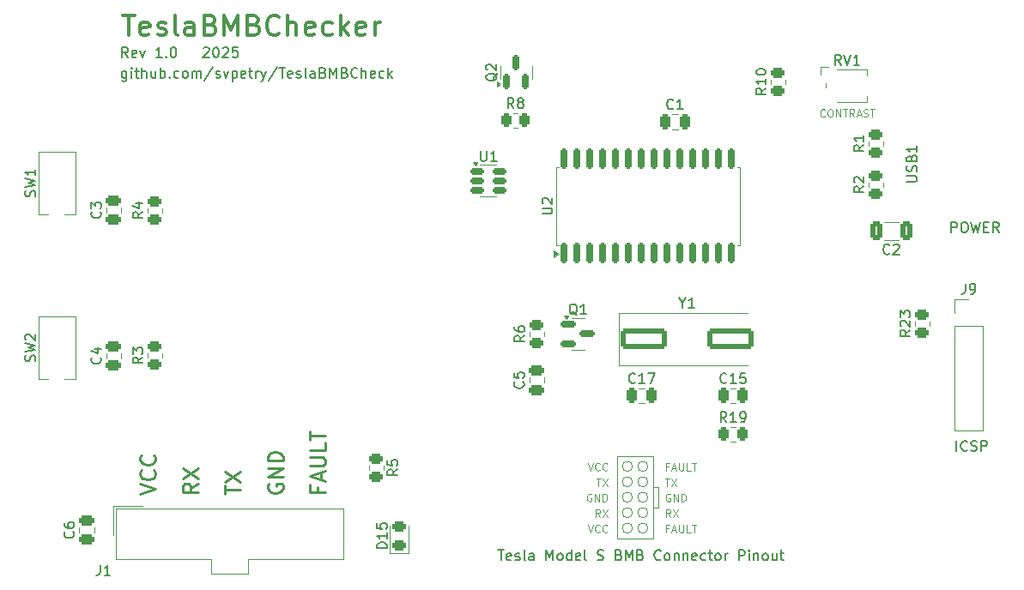
<source format=gto>
G04 #@! TF.GenerationSoftware,KiCad,Pcbnew,9.0.2*
G04 #@! TF.CreationDate,2025-07-11T13:16:32+02:00*
G04 #@! TF.ProjectId,TeslaBMBCheck,5465736c-6142-44d4-9243-6865636b2e6b,1.0*
G04 #@! TF.SameCoordinates,Original*
G04 #@! TF.FileFunction,Legend,Top*
G04 #@! TF.FilePolarity,Positive*
%FSLAX46Y46*%
G04 Gerber Fmt 4.6, Leading zero omitted, Abs format (unit mm)*
G04 Created by KiCad (PCBNEW 9.0.2) date 2025-07-11 13:16:32*
%MOMM*%
%LPD*%
G01*
G04 APERTURE LIST*
G04 Aperture macros list*
%AMRoundRect*
0 Rectangle with rounded corners*
0 $1 Rounding radius*
0 $2 $3 $4 $5 $6 $7 $8 $9 X,Y pos of 4 corners*
0 Add a 4 corners polygon primitive as box body*
4,1,4,$2,$3,$4,$5,$6,$7,$8,$9,$2,$3,0*
0 Add four circle primitives for the rounded corners*
1,1,$1+$1,$2,$3*
1,1,$1+$1,$4,$5*
1,1,$1+$1,$6,$7*
1,1,$1+$1,$8,$9*
0 Add four rect primitives between the rounded corners*
20,1,$1+$1,$2,$3,$4,$5,0*
20,1,$1+$1,$4,$5,$6,$7,0*
20,1,$1+$1,$6,$7,$8,$9,0*
20,1,$1+$1,$8,$9,$2,$3,0*%
G04 Aperture macros list end*
%ADD10C,0.120000*%
%ADD11C,0.150000*%
%ADD12C,0.250000*%
%ADD13C,0.300000*%
%ADD14RoundRect,0.150000X0.150000X-0.587500X0.150000X0.587500X-0.150000X0.587500X-0.150000X-0.587500X0*%
%ADD15C,3.000000*%
%ADD16RoundRect,0.250000X0.450000X-0.262500X0.450000X0.262500X-0.450000X0.262500X-0.450000X-0.262500X0*%
%ADD17RoundRect,0.243750X0.456250X-0.243750X0.456250X0.243750X-0.456250X0.243750X-0.456250X-0.243750X0*%
%ADD18RoundRect,0.250000X0.325000X0.650000X-0.325000X0.650000X-0.325000X-0.650000X0.325000X-0.650000X0*%
%ADD19RoundRect,0.250000X-0.250000X-0.475000X0.250000X-0.475000X0.250000X0.475000X-0.250000X0.475000X0*%
%ADD20RoundRect,0.250000X0.475000X-0.250000X0.475000X0.250000X-0.475000X0.250000X-0.475000X-0.250000X0*%
%ADD21RoundRect,0.250000X-0.262500X-0.450000X0.262500X-0.450000X0.262500X0.450000X-0.262500X0.450000X0*%
%ADD22RoundRect,0.150000X-0.587500X-0.150000X0.587500X-0.150000X0.587500X0.150000X-0.587500X0.150000X0*%
%ADD23RoundRect,0.250000X-2.000000X-0.750000X2.000000X-0.750000X2.000000X0.750000X-2.000000X0.750000X0*%
%ADD24RoundRect,0.250000X0.262500X0.450000X-0.262500X0.450000X-0.262500X-0.450000X0.262500X-0.450000X0*%
%ADD25RoundRect,0.250000X-0.450000X0.262500X-0.450000X-0.262500X0.450000X-0.262500X0.450000X0.262500X0*%
%ADD26R,1.500000X1.500000*%
%ADD27RoundRect,0.150000X-0.512500X-0.150000X0.512500X-0.150000X0.512500X0.150000X-0.512500X0.150000X0*%
%ADD28O,2.700000X3.300000*%
%ADD29R,1.200000X1.200000*%
%ADD30R,1.500000X1.600000*%
%ADD31RoundRect,0.250000X-0.475000X0.250000X-0.475000X-0.250000X0.475000X-0.250000X0.475000X0.250000X0*%
%ADD32R,1.700000X1.700000*%
%ADD33C,1.700000*%
%ADD34RoundRect,0.150000X0.150000X-0.875000X0.150000X0.875000X-0.150000X0.875000X-0.150000X-0.875000X0*%
%ADD35C,0.650000*%
%ADD36R,1.450000X0.600000*%
%ADD37R,1.450000X0.300000*%
%ADD38O,2.100000X1.000000*%
%ADD39O,1.600000X1.000000*%
%ADD40O,1.501140X4.000500*%
G04 APERTURE END LIST*
D10*
X139065000Y-94869000D02*
G75*
G02*
X138049000Y-94869000I-508000J0D01*
G01*
X138049000Y-94869000D02*
G75*
G02*
X139065000Y-94869000I508000J0D01*
G01*
X137541000Y-96393000D02*
G75*
G02*
X136525000Y-96393000I-508000J0D01*
G01*
X136525000Y-96393000D02*
G75*
G02*
X137541000Y-96393000I508000J0D01*
G01*
X139065000Y-99441000D02*
G75*
G02*
X138049000Y-99441000I-508000J0D01*
G01*
X138049000Y-99441000D02*
G75*
G02*
X139065000Y-99441000I508000J0D01*
G01*
X139065000Y-97917000D02*
G75*
G02*
X138049000Y-97917000I-508000J0D01*
G01*
X138049000Y-97917000D02*
G75*
G02*
X139065000Y-97917000I508000J0D01*
G01*
X139573000Y-96901000D02*
X140081000Y-96901000D01*
X136017000Y-101981000D02*
X136017000Y-93853000D01*
X139573000Y-101981000D02*
X136017000Y-101981000D01*
X140081000Y-98933000D02*
X139573000Y-98933000D01*
X137541000Y-99441000D02*
G75*
G02*
X136525000Y-99441000I-508000J0D01*
G01*
X136525000Y-99441000D02*
G75*
G02*
X137541000Y-99441000I508000J0D01*
G01*
X137541000Y-94869000D02*
G75*
G02*
X136525000Y-94869000I-508000J0D01*
G01*
X136525000Y-94869000D02*
G75*
G02*
X137541000Y-94869000I508000J0D01*
G01*
X139065000Y-100965000D02*
G75*
G02*
X138049000Y-100965000I-508000J0D01*
G01*
X138049000Y-100965000D02*
G75*
G02*
X139065000Y-100965000I508000J0D01*
G01*
X136017000Y-93853000D02*
X139573000Y-93853000D01*
X137541000Y-97917000D02*
G75*
G02*
X136525000Y-97917000I-508000J0D01*
G01*
X136525000Y-97917000D02*
G75*
G02*
X137541000Y-97917000I508000J0D01*
G01*
X139065000Y-96393000D02*
G75*
G02*
X138049000Y-96393000I-508000J0D01*
G01*
X138049000Y-96393000D02*
G75*
G02*
X139065000Y-96393000I508000J0D01*
G01*
X139573000Y-93853000D02*
X139573000Y-101981000D01*
X140081000Y-96901000D02*
X140081000Y-98933000D01*
X137541000Y-100965000D02*
G75*
G02*
X136525000Y-100965000I-508000J0D01*
G01*
X136525000Y-100965000D02*
G75*
G02*
X137541000Y-100965000I508000J0D01*
G01*
X134333660Y-99850974D02*
X134083660Y-99493831D01*
X133905089Y-99850974D02*
X133905089Y-99100974D01*
X133905089Y-99100974D02*
X134190803Y-99100974D01*
X134190803Y-99100974D02*
X134262232Y-99136688D01*
X134262232Y-99136688D02*
X134297946Y-99172402D01*
X134297946Y-99172402D02*
X134333660Y-99243831D01*
X134333660Y-99243831D02*
X134333660Y-99350974D01*
X134333660Y-99350974D02*
X134297946Y-99422402D01*
X134297946Y-99422402D02*
X134262232Y-99458117D01*
X134262232Y-99458117D02*
X134190803Y-99493831D01*
X134190803Y-99493831D02*
X133905089Y-99493831D01*
X134583660Y-99100974D02*
X135083660Y-99850974D01*
X135083660Y-99100974D02*
X134583660Y-99850974D01*
X140739375Y-96052974D02*
X141167947Y-96052974D01*
X140953661Y-96802974D02*
X140953661Y-96052974D01*
X141346518Y-96052974D02*
X141846518Y-96802974D01*
X141846518Y-96052974D02*
X141346518Y-96802974D01*
X133119375Y-94528974D02*
X133369375Y-95278974D01*
X133369375Y-95278974D02*
X133619375Y-94528974D01*
X134297946Y-95207545D02*
X134262232Y-95243260D01*
X134262232Y-95243260D02*
X134155089Y-95278974D01*
X134155089Y-95278974D02*
X134083661Y-95278974D01*
X134083661Y-95278974D02*
X133976518Y-95243260D01*
X133976518Y-95243260D02*
X133905089Y-95171831D01*
X133905089Y-95171831D02*
X133869375Y-95100402D01*
X133869375Y-95100402D02*
X133833661Y-94957545D01*
X133833661Y-94957545D02*
X133833661Y-94850402D01*
X133833661Y-94850402D02*
X133869375Y-94707545D01*
X133869375Y-94707545D02*
X133905089Y-94636117D01*
X133905089Y-94636117D02*
X133976518Y-94564688D01*
X133976518Y-94564688D02*
X134083661Y-94528974D01*
X134083661Y-94528974D02*
X134155089Y-94528974D01*
X134155089Y-94528974D02*
X134262232Y-94564688D01*
X134262232Y-94564688D02*
X134297946Y-94600402D01*
X135047946Y-95207545D02*
X135012232Y-95243260D01*
X135012232Y-95243260D02*
X134905089Y-95278974D01*
X134905089Y-95278974D02*
X134833661Y-95278974D01*
X134833661Y-95278974D02*
X134726518Y-95243260D01*
X134726518Y-95243260D02*
X134655089Y-95171831D01*
X134655089Y-95171831D02*
X134619375Y-95100402D01*
X134619375Y-95100402D02*
X134583661Y-94957545D01*
X134583661Y-94957545D02*
X134583661Y-94850402D01*
X134583661Y-94850402D02*
X134619375Y-94707545D01*
X134619375Y-94707545D02*
X134655089Y-94636117D01*
X134655089Y-94636117D02*
X134726518Y-94564688D01*
X134726518Y-94564688D02*
X134833661Y-94528974D01*
X134833661Y-94528974D02*
X134905089Y-94528974D01*
X134905089Y-94528974D02*
X135012232Y-94564688D01*
X135012232Y-94564688D02*
X135047946Y-94600402D01*
D11*
X169500779Y-93341819D02*
X169500779Y-92341819D01*
X170548397Y-93246580D02*
X170500778Y-93294200D01*
X170500778Y-93294200D02*
X170357921Y-93341819D01*
X170357921Y-93341819D02*
X170262683Y-93341819D01*
X170262683Y-93341819D02*
X170119826Y-93294200D01*
X170119826Y-93294200D02*
X170024588Y-93198961D01*
X170024588Y-93198961D02*
X169976969Y-93103723D01*
X169976969Y-93103723D02*
X169929350Y-92913247D01*
X169929350Y-92913247D02*
X169929350Y-92770390D01*
X169929350Y-92770390D02*
X169976969Y-92579914D01*
X169976969Y-92579914D02*
X170024588Y-92484676D01*
X170024588Y-92484676D02*
X170119826Y-92389438D01*
X170119826Y-92389438D02*
X170262683Y-92341819D01*
X170262683Y-92341819D02*
X170357921Y-92341819D01*
X170357921Y-92341819D02*
X170500778Y-92389438D01*
X170500778Y-92389438D02*
X170548397Y-92437057D01*
X170929350Y-93294200D02*
X171072207Y-93341819D01*
X171072207Y-93341819D02*
X171310302Y-93341819D01*
X171310302Y-93341819D02*
X171405540Y-93294200D01*
X171405540Y-93294200D02*
X171453159Y-93246580D01*
X171453159Y-93246580D02*
X171500778Y-93151342D01*
X171500778Y-93151342D02*
X171500778Y-93056104D01*
X171500778Y-93056104D02*
X171453159Y-92960866D01*
X171453159Y-92960866D02*
X171405540Y-92913247D01*
X171405540Y-92913247D02*
X171310302Y-92865628D01*
X171310302Y-92865628D02*
X171119826Y-92818009D01*
X171119826Y-92818009D02*
X171024588Y-92770390D01*
X171024588Y-92770390D02*
X170976969Y-92722771D01*
X170976969Y-92722771D02*
X170929350Y-92627533D01*
X170929350Y-92627533D02*
X170929350Y-92532295D01*
X170929350Y-92532295D02*
X170976969Y-92437057D01*
X170976969Y-92437057D02*
X171024588Y-92389438D01*
X171024588Y-92389438D02*
X171119826Y-92341819D01*
X171119826Y-92341819D02*
X171357921Y-92341819D01*
X171357921Y-92341819D02*
X171500778Y-92389438D01*
X171929350Y-93341819D02*
X171929350Y-92341819D01*
X171929350Y-92341819D02*
X172310302Y-92341819D01*
X172310302Y-92341819D02*
X172405540Y-92389438D01*
X172405540Y-92389438D02*
X172453159Y-92437057D01*
X172453159Y-92437057D02*
X172500778Y-92532295D01*
X172500778Y-92532295D02*
X172500778Y-92675152D01*
X172500778Y-92675152D02*
X172453159Y-92770390D01*
X172453159Y-92770390D02*
X172405540Y-92818009D01*
X172405540Y-92818009D02*
X172310302Y-92865628D01*
X172310302Y-92865628D02*
X171929350Y-92865628D01*
D12*
X97363428Y-97609669D02*
X97363428Y-96752527D01*
X98863428Y-97181098D02*
X97363428Y-97181098D01*
X97363428Y-96395384D02*
X98863428Y-95395384D01*
X97363428Y-95395384D02*
X98863428Y-96395384D01*
X88981428Y-97609669D02*
X90481428Y-97109669D01*
X90481428Y-97109669D02*
X88981428Y-96609669D01*
X90338571Y-95252527D02*
X90410000Y-95323955D01*
X90410000Y-95323955D02*
X90481428Y-95538241D01*
X90481428Y-95538241D02*
X90481428Y-95681098D01*
X90481428Y-95681098D02*
X90410000Y-95895384D01*
X90410000Y-95895384D02*
X90267142Y-96038241D01*
X90267142Y-96038241D02*
X90124285Y-96109670D01*
X90124285Y-96109670D02*
X89838571Y-96181098D01*
X89838571Y-96181098D02*
X89624285Y-96181098D01*
X89624285Y-96181098D02*
X89338571Y-96109670D01*
X89338571Y-96109670D02*
X89195714Y-96038241D01*
X89195714Y-96038241D02*
X89052857Y-95895384D01*
X89052857Y-95895384D02*
X88981428Y-95681098D01*
X88981428Y-95681098D02*
X88981428Y-95538241D01*
X88981428Y-95538241D02*
X89052857Y-95323955D01*
X89052857Y-95323955D02*
X89124285Y-95252527D01*
X90338571Y-93752527D02*
X90410000Y-93823955D01*
X90410000Y-93823955D02*
X90481428Y-94038241D01*
X90481428Y-94038241D02*
X90481428Y-94181098D01*
X90481428Y-94181098D02*
X90410000Y-94395384D01*
X90410000Y-94395384D02*
X90267142Y-94538241D01*
X90267142Y-94538241D02*
X90124285Y-94609670D01*
X90124285Y-94609670D02*
X89838571Y-94681098D01*
X89838571Y-94681098D02*
X89624285Y-94681098D01*
X89624285Y-94681098D02*
X89338571Y-94609670D01*
X89338571Y-94609670D02*
X89195714Y-94538241D01*
X89195714Y-94538241D02*
X89052857Y-94395384D01*
X89052857Y-94395384D02*
X88981428Y-94181098D01*
X88981428Y-94181098D02*
X88981428Y-94038241D01*
X88981428Y-94038241D02*
X89052857Y-93823955D01*
X89052857Y-93823955D02*
X89124285Y-93752527D01*
X94672428Y-96538241D02*
X93958142Y-97038241D01*
X94672428Y-97395384D02*
X93172428Y-97395384D01*
X93172428Y-97395384D02*
X93172428Y-96823955D01*
X93172428Y-96823955D02*
X93243857Y-96681098D01*
X93243857Y-96681098D02*
X93315285Y-96609669D01*
X93315285Y-96609669D02*
X93458142Y-96538241D01*
X93458142Y-96538241D02*
X93672428Y-96538241D01*
X93672428Y-96538241D02*
X93815285Y-96609669D01*
X93815285Y-96609669D02*
X93886714Y-96681098D01*
X93886714Y-96681098D02*
X93958142Y-96823955D01*
X93958142Y-96823955D02*
X93958142Y-97395384D01*
X93172428Y-96038241D02*
X94672428Y-95038241D01*
X93172428Y-95038241D02*
X94672428Y-96038241D01*
D10*
X133476518Y-97612688D02*
X133405090Y-97576974D01*
X133405090Y-97576974D02*
X133297947Y-97576974D01*
X133297947Y-97576974D02*
X133190804Y-97612688D01*
X133190804Y-97612688D02*
X133119375Y-97684117D01*
X133119375Y-97684117D02*
X133083661Y-97755545D01*
X133083661Y-97755545D02*
X133047947Y-97898402D01*
X133047947Y-97898402D02*
X133047947Y-98005545D01*
X133047947Y-98005545D02*
X133083661Y-98148402D01*
X133083661Y-98148402D02*
X133119375Y-98219831D01*
X133119375Y-98219831D02*
X133190804Y-98291260D01*
X133190804Y-98291260D02*
X133297947Y-98326974D01*
X133297947Y-98326974D02*
X133369375Y-98326974D01*
X133369375Y-98326974D02*
X133476518Y-98291260D01*
X133476518Y-98291260D02*
X133512232Y-98255545D01*
X133512232Y-98255545D02*
X133512232Y-98005545D01*
X133512232Y-98005545D02*
X133369375Y-98005545D01*
X133833661Y-98326974D02*
X133833661Y-97576974D01*
X133833661Y-97576974D02*
X134262232Y-98326974D01*
X134262232Y-98326974D02*
X134262232Y-97576974D01*
X134619375Y-98326974D02*
X134619375Y-97576974D01*
X134619375Y-97576974D02*
X134797946Y-97576974D01*
X134797946Y-97576974D02*
X134905089Y-97612688D01*
X134905089Y-97612688D02*
X134976518Y-97684117D01*
X134976518Y-97684117D02*
X135012232Y-97755545D01*
X135012232Y-97755545D02*
X135047946Y-97898402D01*
X135047946Y-97898402D02*
X135047946Y-98005545D01*
X135047946Y-98005545D02*
X135012232Y-98148402D01*
X135012232Y-98148402D02*
X134976518Y-98219831D01*
X134976518Y-98219831D02*
X134905089Y-98291260D01*
X134905089Y-98291260D02*
X134797946Y-98326974D01*
X134797946Y-98326974D02*
X134619375Y-98326974D01*
X141239375Y-97612688D02*
X141167947Y-97576974D01*
X141167947Y-97576974D02*
X141060804Y-97576974D01*
X141060804Y-97576974D02*
X140953661Y-97612688D01*
X140953661Y-97612688D02*
X140882232Y-97684117D01*
X140882232Y-97684117D02*
X140846518Y-97755545D01*
X140846518Y-97755545D02*
X140810804Y-97898402D01*
X140810804Y-97898402D02*
X140810804Y-98005545D01*
X140810804Y-98005545D02*
X140846518Y-98148402D01*
X140846518Y-98148402D02*
X140882232Y-98219831D01*
X140882232Y-98219831D02*
X140953661Y-98291260D01*
X140953661Y-98291260D02*
X141060804Y-98326974D01*
X141060804Y-98326974D02*
X141132232Y-98326974D01*
X141132232Y-98326974D02*
X141239375Y-98291260D01*
X141239375Y-98291260D02*
X141275089Y-98255545D01*
X141275089Y-98255545D02*
X141275089Y-98005545D01*
X141275089Y-98005545D02*
X141132232Y-98005545D01*
X141596518Y-98326974D02*
X141596518Y-97576974D01*
X141596518Y-97576974D02*
X142025089Y-98326974D01*
X142025089Y-98326974D02*
X142025089Y-97576974D01*
X142382232Y-98326974D02*
X142382232Y-97576974D01*
X142382232Y-97576974D02*
X142560803Y-97576974D01*
X142560803Y-97576974D02*
X142667946Y-97612688D01*
X142667946Y-97612688D02*
X142739375Y-97684117D01*
X142739375Y-97684117D02*
X142775089Y-97755545D01*
X142775089Y-97755545D02*
X142810803Y-97898402D01*
X142810803Y-97898402D02*
X142810803Y-98005545D01*
X142810803Y-98005545D02*
X142775089Y-98148402D01*
X142775089Y-98148402D02*
X142739375Y-98219831D01*
X142739375Y-98219831D02*
X142667946Y-98291260D01*
X142667946Y-98291260D02*
X142560803Y-98326974D01*
X142560803Y-98326974D02*
X142382232Y-98326974D01*
D11*
X87633350Y-55845152D02*
X87633350Y-56654676D01*
X87633350Y-56654676D02*
X87585731Y-56749914D01*
X87585731Y-56749914D02*
X87538112Y-56797533D01*
X87538112Y-56797533D02*
X87442874Y-56845152D01*
X87442874Y-56845152D02*
X87300017Y-56845152D01*
X87300017Y-56845152D02*
X87204779Y-56797533D01*
X87633350Y-56464200D02*
X87538112Y-56511819D01*
X87538112Y-56511819D02*
X87347636Y-56511819D01*
X87347636Y-56511819D02*
X87252398Y-56464200D01*
X87252398Y-56464200D02*
X87204779Y-56416580D01*
X87204779Y-56416580D02*
X87157160Y-56321342D01*
X87157160Y-56321342D02*
X87157160Y-56035628D01*
X87157160Y-56035628D02*
X87204779Y-55940390D01*
X87204779Y-55940390D02*
X87252398Y-55892771D01*
X87252398Y-55892771D02*
X87347636Y-55845152D01*
X87347636Y-55845152D02*
X87538112Y-55845152D01*
X87538112Y-55845152D02*
X87633350Y-55892771D01*
X88109541Y-56511819D02*
X88109541Y-55845152D01*
X88109541Y-55511819D02*
X88061922Y-55559438D01*
X88061922Y-55559438D02*
X88109541Y-55607057D01*
X88109541Y-55607057D02*
X88157160Y-55559438D01*
X88157160Y-55559438D02*
X88109541Y-55511819D01*
X88109541Y-55511819D02*
X88109541Y-55607057D01*
X88442874Y-55845152D02*
X88823826Y-55845152D01*
X88585731Y-55511819D02*
X88585731Y-56368961D01*
X88585731Y-56368961D02*
X88633350Y-56464200D01*
X88633350Y-56464200D02*
X88728588Y-56511819D01*
X88728588Y-56511819D02*
X88823826Y-56511819D01*
X89157160Y-56511819D02*
X89157160Y-55511819D01*
X89585731Y-56511819D02*
X89585731Y-55988009D01*
X89585731Y-55988009D02*
X89538112Y-55892771D01*
X89538112Y-55892771D02*
X89442874Y-55845152D01*
X89442874Y-55845152D02*
X89300017Y-55845152D01*
X89300017Y-55845152D02*
X89204779Y-55892771D01*
X89204779Y-55892771D02*
X89157160Y-55940390D01*
X90490493Y-55845152D02*
X90490493Y-56511819D01*
X90061922Y-55845152D02*
X90061922Y-56368961D01*
X90061922Y-56368961D02*
X90109541Y-56464200D01*
X90109541Y-56464200D02*
X90204779Y-56511819D01*
X90204779Y-56511819D02*
X90347636Y-56511819D01*
X90347636Y-56511819D02*
X90442874Y-56464200D01*
X90442874Y-56464200D02*
X90490493Y-56416580D01*
X90966684Y-56511819D02*
X90966684Y-55511819D01*
X90966684Y-55892771D02*
X91061922Y-55845152D01*
X91061922Y-55845152D02*
X91252398Y-55845152D01*
X91252398Y-55845152D02*
X91347636Y-55892771D01*
X91347636Y-55892771D02*
X91395255Y-55940390D01*
X91395255Y-55940390D02*
X91442874Y-56035628D01*
X91442874Y-56035628D02*
X91442874Y-56321342D01*
X91442874Y-56321342D02*
X91395255Y-56416580D01*
X91395255Y-56416580D02*
X91347636Y-56464200D01*
X91347636Y-56464200D02*
X91252398Y-56511819D01*
X91252398Y-56511819D02*
X91061922Y-56511819D01*
X91061922Y-56511819D02*
X90966684Y-56464200D01*
X91871446Y-56416580D02*
X91919065Y-56464200D01*
X91919065Y-56464200D02*
X91871446Y-56511819D01*
X91871446Y-56511819D02*
X91823827Y-56464200D01*
X91823827Y-56464200D02*
X91871446Y-56416580D01*
X91871446Y-56416580D02*
X91871446Y-56511819D01*
X92776207Y-56464200D02*
X92680969Y-56511819D01*
X92680969Y-56511819D02*
X92490493Y-56511819D01*
X92490493Y-56511819D02*
X92395255Y-56464200D01*
X92395255Y-56464200D02*
X92347636Y-56416580D01*
X92347636Y-56416580D02*
X92300017Y-56321342D01*
X92300017Y-56321342D02*
X92300017Y-56035628D01*
X92300017Y-56035628D02*
X92347636Y-55940390D01*
X92347636Y-55940390D02*
X92395255Y-55892771D01*
X92395255Y-55892771D02*
X92490493Y-55845152D01*
X92490493Y-55845152D02*
X92680969Y-55845152D01*
X92680969Y-55845152D02*
X92776207Y-55892771D01*
X93347636Y-56511819D02*
X93252398Y-56464200D01*
X93252398Y-56464200D02*
X93204779Y-56416580D01*
X93204779Y-56416580D02*
X93157160Y-56321342D01*
X93157160Y-56321342D02*
X93157160Y-56035628D01*
X93157160Y-56035628D02*
X93204779Y-55940390D01*
X93204779Y-55940390D02*
X93252398Y-55892771D01*
X93252398Y-55892771D02*
X93347636Y-55845152D01*
X93347636Y-55845152D02*
X93490493Y-55845152D01*
X93490493Y-55845152D02*
X93585731Y-55892771D01*
X93585731Y-55892771D02*
X93633350Y-55940390D01*
X93633350Y-55940390D02*
X93680969Y-56035628D01*
X93680969Y-56035628D02*
X93680969Y-56321342D01*
X93680969Y-56321342D02*
X93633350Y-56416580D01*
X93633350Y-56416580D02*
X93585731Y-56464200D01*
X93585731Y-56464200D02*
X93490493Y-56511819D01*
X93490493Y-56511819D02*
X93347636Y-56511819D01*
X94109541Y-56511819D02*
X94109541Y-55845152D01*
X94109541Y-55940390D02*
X94157160Y-55892771D01*
X94157160Y-55892771D02*
X94252398Y-55845152D01*
X94252398Y-55845152D02*
X94395255Y-55845152D01*
X94395255Y-55845152D02*
X94490493Y-55892771D01*
X94490493Y-55892771D02*
X94538112Y-55988009D01*
X94538112Y-55988009D02*
X94538112Y-56511819D01*
X94538112Y-55988009D02*
X94585731Y-55892771D01*
X94585731Y-55892771D02*
X94680969Y-55845152D01*
X94680969Y-55845152D02*
X94823826Y-55845152D01*
X94823826Y-55845152D02*
X94919065Y-55892771D01*
X94919065Y-55892771D02*
X94966684Y-55988009D01*
X94966684Y-55988009D02*
X94966684Y-56511819D01*
X96157159Y-55464200D02*
X95300017Y-56749914D01*
X96442874Y-56464200D02*
X96538112Y-56511819D01*
X96538112Y-56511819D02*
X96728588Y-56511819D01*
X96728588Y-56511819D02*
X96823826Y-56464200D01*
X96823826Y-56464200D02*
X96871445Y-56368961D01*
X96871445Y-56368961D02*
X96871445Y-56321342D01*
X96871445Y-56321342D02*
X96823826Y-56226104D01*
X96823826Y-56226104D02*
X96728588Y-56178485D01*
X96728588Y-56178485D02*
X96585731Y-56178485D01*
X96585731Y-56178485D02*
X96490493Y-56130866D01*
X96490493Y-56130866D02*
X96442874Y-56035628D01*
X96442874Y-56035628D02*
X96442874Y-55988009D01*
X96442874Y-55988009D02*
X96490493Y-55892771D01*
X96490493Y-55892771D02*
X96585731Y-55845152D01*
X96585731Y-55845152D02*
X96728588Y-55845152D01*
X96728588Y-55845152D02*
X96823826Y-55892771D01*
X97204779Y-55845152D02*
X97442874Y-56511819D01*
X97442874Y-56511819D02*
X97680969Y-55845152D01*
X98061922Y-55845152D02*
X98061922Y-56845152D01*
X98061922Y-55892771D02*
X98157160Y-55845152D01*
X98157160Y-55845152D02*
X98347636Y-55845152D01*
X98347636Y-55845152D02*
X98442874Y-55892771D01*
X98442874Y-55892771D02*
X98490493Y-55940390D01*
X98490493Y-55940390D02*
X98538112Y-56035628D01*
X98538112Y-56035628D02*
X98538112Y-56321342D01*
X98538112Y-56321342D02*
X98490493Y-56416580D01*
X98490493Y-56416580D02*
X98442874Y-56464200D01*
X98442874Y-56464200D02*
X98347636Y-56511819D01*
X98347636Y-56511819D02*
X98157160Y-56511819D01*
X98157160Y-56511819D02*
X98061922Y-56464200D01*
X99347636Y-56464200D02*
X99252398Y-56511819D01*
X99252398Y-56511819D02*
X99061922Y-56511819D01*
X99061922Y-56511819D02*
X98966684Y-56464200D01*
X98966684Y-56464200D02*
X98919065Y-56368961D01*
X98919065Y-56368961D02*
X98919065Y-55988009D01*
X98919065Y-55988009D02*
X98966684Y-55892771D01*
X98966684Y-55892771D02*
X99061922Y-55845152D01*
X99061922Y-55845152D02*
X99252398Y-55845152D01*
X99252398Y-55845152D02*
X99347636Y-55892771D01*
X99347636Y-55892771D02*
X99395255Y-55988009D01*
X99395255Y-55988009D02*
X99395255Y-56083247D01*
X99395255Y-56083247D02*
X98919065Y-56178485D01*
X99680970Y-55845152D02*
X100061922Y-55845152D01*
X99823827Y-55511819D02*
X99823827Y-56368961D01*
X99823827Y-56368961D02*
X99871446Y-56464200D01*
X99871446Y-56464200D02*
X99966684Y-56511819D01*
X99966684Y-56511819D02*
X100061922Y-56511819D01*
X100395256Y-56511819D02*
X100395256Y-55845152D01*
X100395256Y-56035628D02*
X100442875Y-55940390D01*
X100442875Y-55940390D02*
X100490494Y-55892771D01*
X100490494Y-55892771D02*
X100585732Y-55845152D01*
X100585732Y-55845152D02*
X100680970Y-55845152D01*
X100919066Y-55845152D02*
X101157161Y-56511819D01*
X101395256Y-55845152D02*
X101157161Y-56511819D01*
X101157161Y-56511819D02*
X101061923Y-56749914D01*
X101061923Y-56749914D02*
X101014304Y-56797533D01*
X101014304Y-56797533D02*
X100919066Y-56845152D01*
X102490494Y-55464200D02*
X101633352Y-56749914D01*
X102680971Y-55511819D02*
X103252399Y-55511819D01*
X102966685Y-56511819D02*
X102966685Y-55511819D01*
X103966685Y-56464200D02*
X103871447Y-56511819D01*
X103871447Y-56511819D02*
X103680971Y-56511819D01*
X103680971Y-56511819D02*
X103585733Y-56464200D01*
X103585733Y-56464200D02*
X103538114Y-56368961D01*
X103538114Y-56368961D02*
X103538114Y-55988009D01*
X103538114Y-55988009D02*
X103585733Y-55892771D01*
X103585733Y-55892771D02*
X103680971Y-55845152D01*
X103680971Y-55845152D02*
X103871447Y-55845152D01*
X103871447Y-55845152D02*
X103966685Y-55892771D01*
X103966685Y-55892771D02*
X104014304Y-55988009D01*
X104014304Y-55988009D02*
X104014304Y-56083247D01*
X104014304Y-56083247D02*
X103538114Y-56178485D01*
X104395257Y-56464200D02*
X104490495Y-56511819D01*
X104490495Y-56511819D02*
X104680971Y-56511819D01*
X104680971Y-56511819D02*
X104776209Y-56464200D01*
X104776209Y-56464200D02*
X104823828Y-56368961D01*
X104823828Y-56368961D02*
X104823828Y-56321342D01*
X104823828Y-56321342D02*
X104776209Y-56226104D01*
X104776209Y-56226104D02*
X104680971Y-56178485D01*
X104680971Y-56178485D02*
X104538114Y-56178485D01*
X104538114Y-56178485D02*
X104442876Y-56130866D01*
X104442876Y-56130866D02*
X104395257Y-56035628D01*
X104395257Y-56035628D02*
X104395257Y-55988009D01*
X104395257Y-55988009D02*
X104442876Y-55892771D01*
X104442876Y-55892771D02*
X104538114Y-55845152D01*
X104538114Y-55845152D02*
X104680971Y-55845152D01*
X104680971Y-55845152D02*
X104776209Y-55892771D01*
X105395257Y-56511819D02*
X105300019Y-56464200D01*
X105300019Y-56464200D02*
X105252400Y-56368961D01*
X105252400Y-56368961D02*
X105252400Y-55511819D01*
X106204781Y-56511819D02*
X106204781Y-55988009D01*
X106204781Y-55988009D02*
X106157162Y-55892771D01*
X106157162Y-55892771D02*
X106061924Y-55845152D01*
X106061924Y-55845152D02*
X105871448Y-55845152D01*
X105871448Y-55845152D02*
X105776210Y-55892771D01*
X106204781Y-56464200D02*
X106109543Y-56511819D01*
X106109543Y-56511819D02*
X105871448Y-56511819D01*
X105871448Y-56511819D02*
X105776210Y-56464200D01*
X105776210Y-56464200D02*
X105728591Y-56368961D01*
X105728591Y-56368961D02*
X105728591Y-56273723D01*
X105728591Y-56273723D02*
X105776210Y-56178485D01*
X105776210Y-56178485D02*
X105871448Y-56130866D01*
X105871448Y-56130866D02*
X106109543Y-56130866D01*
X106109543Y-56130866D02*
X106204781Y-56083247D01*
X107014305Y-55988009D02*
X107157162Y-56035628D01*
X107157162Y-56035628D02*
X107204781Y-56083247D01*
X107204781Y-56083247D02*
X107252400Y-56178485D01*
X107252400Y-56178485D02*
X107252400Y-56321342D01*
X107252400Y-56321342D02*
X107204781Y-56416580D01*
X107204781Y-56416580D02*
X107157162Y-56464200D01*
X107157162Y-56464200D02*
X107061924Y-56511819D01*
X107061924Y-56511819D02*
X106680972Y-56511819D01*
X106680972Y-56511819D02*
X106680972Y-55511819D01*
X106680972Y-55511819D02*
X107014305Y-55511819D01*
X107014305Y-55511819D02*
X107109543Y-55559438D01*
X107109543Y-55559438D02*
X107157162Y-55607057D01*
X107157162Y-55607057D02*
X107204781Y-55702295D01*
X107204781Y-55702295D02*
X107204781Y-55797533D01*
X107204781Y-55797533D02*
X107157162Y-55892771D01*
X107157162Y-55892771D02*
X107109543Y-55940390D01*
X107109543Y-55940390D02*
X107014305Y-55988009D01*
X107014305Y-55988009D02*
X106680972Y-55988009D01*
X107680972Y-56511819D02*
X107680972Y-55511819D01*
X107680972Y-55511819D02*
X108014305Y-56226104D01*
X108014305Y-56226104D02*
X108347638Y-55511819D01*
X108347638Y-55511819D02*
X108347638Y-56511819D01*
X109157162Y-55988009D02*
X109300019Y-56035628D01*
X109300019Y-56035628D02*
X109347638Y-56083247D01*
X109347638Y-56083247D02*
X109395257Y-56178485D01*
X109395257Y-56178485D02*
X109395257Y-56321342D01*
X109395257Y-56321342D02*
X109347638Y-56416580D01*
X109347638Y-56416580D02*
X109300019Y-56464200D01*
X109300019Y-56464200D02*
X109204781Y-56511819D01*
X109204781Y-56511819D02*
X108823829Y-56511819D01*
X108823829Y-56511819D02*
X108823829Y-55511819D01*
X108823829Y-55511819D02*
X109157162Y-55511819D01*
X109157162Y-55511819D02*
X109252400Y-55559438D01*
X109252400Y-55559438D02*
X109300019Y-55607057D01*
X109300019Y-55607057D02*
X109347638Y-55702295D01*
X109347638Y-55702295D02*
X109347638Y-55797533D01*
X109347638Y-55797533D02*
X109300019Y-55892771D01*
X109300019Y-55892771D02*
X109252400Y-55940390D01*
X109252400Y-55940390D02*
X109157162Y-55988009D01*
X109157162Y-55988009D02*
X108823829Y-55988009D01*
X110395257Y-56416580D02*
X110347638Y-56464200D01*
X110347638Y-56464200D02*
X110204781Y-56511819D01*
X110204781Y-56511819D02*
X110109543Y-56511819D01*
X110109543Y-56511819D02*
X109966686Y-56464200D01*
X109966686Y-56464200D02*
X109871448Y-56368961D01*
X109871448Y-56368961D02*
X109823829Y-56273723D01*
X109823829Y-56273723D02*
X109776210Y-56083247D01*
X109776210Y-56083247D02*
X109776210Y-55940390D01*
X109776210Y-55940390D02*
X109823829Y-55749914D01*
X109823829Y-55749914D02*
X109871448Y-55654676D01*
X109871448Y-55654676D02*
X109966686Y-55559438D01*
X109966686Y-55559438D02*
X110109543Y-55511819D01*
X110109543Y-55511819D02*
X110204781Y-55511819D01*
X110204781Y-55511819D02*
X110347638Y-55559438D01*
X110347638Y-55559438D02*
X110395257Y-55607057D01*
X110823829Y-56511819D02*
X110823829Y-55511819D01*
X111252400Y-56511819D02*
X111252400Y-55988009D01*
X111252400Y-55988009D02*
X111204781Y-55892771D01*
X111204781Y-55892771D02*
X111109543Y-55845152D01*
X111109543Y-55845152D02*
X110966686Y-55845152D01*
X110966686Y-55845152D02*
X110871448Y-55892771D01*
X110871448Y-55892771D02*
X110823829Y-55940390D01*
X112109543Y-56464200D02*
X112014305Y-56511819D01*
X112014305Y-56511819D02*
X111823829Y-56511819D01*
X111823829Y-56511819D02*
X111728591Y-56464200D01*
X111728591Y-56464200D02*
X111680972Y-56368961D01*
X111680972Y-56368961D02*
X111680972Y-55988009D01*
X111680972Y-55988009D02*
X111728591Y-55892771D01*
X111728591Y-55892771D02*
X111823829Y-55845152D01*
X111823829Y-55845152D02*
X112014305Y-55845152D01*
X112014305Y-55845152D02*
X112109543Y-55892771D01*
X112109543Y-55892771D02*
X112157162Y-55988009D01*
X112157162Y-55988009D02*
X112157162Y-56083247D01*
X112157162Y-56083247D02*
X111680972Y-56178485D01*
X113014305Y-56464200D02*
X112919067Y-56511819D01*
X112919067Y-56511819D02*
X112728591Y-56511819D01*
X112728591Y-56511819D02*
X112633353Y-56464200D01*
X112633353Y-56464200D02*
X112585734Y-56416580D01*
X112585734Y-56416580D02*
X112538115Y-56321342D01*
X112538115Y-56321342D02*
X112538115Y-56035628D01*
X112538115Y-56035628D02*
X112585734Y-55940390D01*
X112585734Y-55940390D02*
X112633353Y-55892771D01*
X112633353Y-55892771D02*
X112728591Y-55845152D01*
X112728591Y-55845152D02*
X112919067Y-55845152D01*
X112919067Y-55845152D02*
X113014305Y-55892771D01*
X113442877Y-56511819D02*
X113442877Y-55511819D01*
X113538115Y-56130866D02*
X113823829Y-56511819D01*
X113823829Y-55845152D02*
X113442877Y-56226104D01*
D10*
X133976517Y-96052974D02*
X134405089Y-96052974D01*
X134190803Y-96802974D02*
X134190803Y-96052974D01*
X134583660Y-96052974D02*
X135083660Y-96802974D01*
X135083660Y-96052974D02*
X134583660Y-96802974D01*
D12*
X101625857Y-96609669D02*
X101554428Y-96752527D01*
X101554428Y-96752527D02*
X101554428Y-96966812D01*
X101554428Y-96966812D02*
X101625857Y-97181098D01*
X101625857Y-97181098D02*
X101768714Y-97323955D01*
X101768714Y-97323955D02*
X101911571Y-97395384D01*
X101911571Y-97395384D02*
X102197285Y-97466812D01*
X102197285Y-97466812D02*
X102411571Y-97466812D01*
X102411571Y-97466812D02*
X102697285Y-97395384D01*
X102697285Y-97395384D02*
X102840142Y-97323955D01*
X102840142Y-97323955D02*
X102983000Y-97181098D01*
X102983000Y-97181098D02*
X103054428Y-96966812D01*
X103054428Y-96966812D02*
X103054428Y-96823955D01*
X103054428Y-96823955D02*
X102983000Y-96609669D01*
X102983000Y-96609669D02*
X102911571Y-96538241D01*
X102911571Y-96538241D02*
X102411571Y-96538241D01*
X102411571Y-96538241D02*
X102411571Y-96823955D01*
X103054428Y-95895384D02*
X101554428Y-95895384D01*
X101554428Y-95895384D02*
X103054428Y-95038241D01*
X103054428Y-95038241D02*
X101554428Y-95038241D01*
X103054428Y-94323955D02*
X101554428Y-94323955D01*
X101554428Y-94323955D02*
X101554428Y-93966812D01*
X101554428Y-93966812D02*
X101625857Y-93752526D01*
X101625857Y-93752526D02*
X101768714Y-93609669D01*
X101768714Y-93609669D02*
X101911571Y-93538240D01*
X101911571Y-93538240D02*
X102197285Y-93466812D01*
X102197285Y-93466812D02*
X102411571Y-93466812D01*
X102411571Y-93466812D02*
X102697285Y-93538240D01*
X102697285Y-93538240D02*
X102840142Y-93609669D01*
X102840142Y-93609669D02*
X102983000Y-93752526D01*
X102983000Y-93752526D02*
X103054428Y-93966812D01*
X103054428Y-93966812D02*
X103054428Y-94323955D01*
D10*
X133119375Y-100624974D02*
X133369375Y-101374974D01*
X133369375Y-101374974D02*
X133619375Y-100624974D01*
X134297946Y-101303545D02*
X134262232Y-101339260D01*
X134262232Y-101339260D02*
X134155089Y-101374974D01*
X134155089Y-101374974D02*
X134083661Y-101374974D01*
X134083661Y-101374974D02*
X133976518Y-101339260D01*
X133976518Y-101339260D02*
X133905089Y-101267831D01*
X133905089Y-101267831D02*
X133869375Y-101196402D01*
X133869375Y-101196402D02*
X133833661Y-101053545D01*
X133833661Y-101053545D02*
X133833661Y-100946402D01*
X133833661Y-100946402D02*
X133869375Y-100803545D01*
X133869375Y-100803545D02*
X133905089Y-100732117D01*
X133905089Y-100732117D02*
X133976518Y-100660688D01*
X133976518Y-100660688D02*
X134083661Y-100624974D01*
X134083661Y-100624974D02*
X134155089Y-100624974D01*
X134155089Y-100624974D02*
X134262232Y-100660688D01*
X134262232Y-100660688D02*
X134297946Y-100696402D01*
X135047946Y-101303545D02*
X135012232Y-101339260D01*
X135012232Y-101339260D02*
X134905089Y-101374974D01*
X134905089Y-101374974D02*
X134833661Y-101374974D01*
X134833661Y-101374974D02*
X134726518Y-101339260D01*
X134726518Y-101339260D02*
X134655089Y-101267831D01*
X134655089Y-101267831D02*
X134619375Y-101196402D01*
X134619375Y-101196402D02*
X134583661Y-101053545D01*
X134583661Y-101053545D02*
X134583661Y-100946402D01*
X134583661Y-100946402D02*
X134619375Y-100803545D01*
X134619375Y-100803545D02*
X134655089Y-100732117D01*
X134655089Y-100732117D02*
X134726518Y-100660688D01*
X134726518Y-100660688D02*
X134833661Y-100624974D01*
X134833661Y-100624974D02*
X134905089Y-100624974D01*
X134905089Y-100624974D02*
X135012232Y-100660688D01*
X135012232Y-100660688D02*
X135047946Y-100696402D01*
X156515089Y-60282545D02*
X156479375Y-60318260D01*
X156479375Y-60318260D02*
X156372232Y-60353974D01*
X156372232Y-60353974D02*
X156300804Y-60353974D01*
X156300804Y-60353974D02*
X156193661Y-60318260D01*
X156193661Y-60318260D02*
X156122232Y-60246831D01*
X156122232Y-60246831D02*
X156086518Y-60175402D01*
X156086518Y-60175402D02*
X156050804Y-60032545D01*
X156050804Y-60032545D02*
X156050804Y-59925402D01*
X156050804Y-59925402D02*
X156086518Y-59782545D01*
X156086518Y-59782545D02*
X156122232Y-59711117D01*
X156122232Y-59711117D02*
X156193661Y-59639688D01*
X156193661Y-59639688D02*
X156300804Y-59603974D01*
X156300804Y-59603974D02*
X156372232Y-59603974D01*
X156372232Y-59603974D02*
X156479375Y-59639688D01*
X156479375Y-59639688D02*
X156515089Y-59675402D01*
X156979375Y-59603974D02*
X157122232Y-59603974D01*
X157122232Y-59603974D02*
X157193661Y-59639688D01*
X157193661Y-59639688D02*
X157265089Y-59711117D01*
X157265089Y-59711117D02*
X157300804Y-59853974D01*
X157300804Y-59853974D02*
X157300804Y-60103974D01*
X157300804Y-60103974D02*
X157265089Y-60246831D01*
X157265089Y-60246831D02*
X157193661Y-60318260D01*
X157193661Y-60318260D02*
X157122232Y-60353974D01*
X157122232Y-60353974D02*
X156979375Y-60353974D01*
X156979375Y-60353974D02*
X156907947Y-60318260D01*
X156907947Y-60318260D02*
X156836518Y-60246831D01*
X156836518Y-60246831D02*
X156800804Y-60103974D01*
X156800804Y-60103974D02*
X156800804Y-59853974D01*
X156800804Y-59853974D02*
X156836518Y-59711117D01*
X156836518Y-59711117D02*
X156907947Y-59639688D01*
X156907947Y-59639688D02*
X156979375Y-59603974D01*
X157622232Y-60353974D02*
X157622232Y-59603974D01*
X157622232Y-59603974D02*
X158050803Y-60353974D01*
X158050803Y-60353974D02*
X158050803Y-59603974D01*
X158300803Y-59603974D02*
X158729375Y-59603974D01*
X158515089Y-60353974D02*
X158515089Y-59603974D01*
X159407946Y-60353974D02*
X159157946Y-59996831D01*
X158979375Y-60353974D02*
X158979375Y-59603974D01*
X158979375Y-59603974D02*
X159265089Y-59603974D01*
X159265089Y-59603974D02*
X159336518Y-59639688D01*
X159336518Y-59639688D02*
X159372232Y-59675402D01*
X159372232Y-59675402D02*
X159407946Y-59746831D01*
X159407946Y-59746831D02*
X159407946Y-59853974D01*
X159407946Y-59853974D02*
X159372232Y-59925402D01*
X159372232Y-59925402D02*
X159336518Y-59961117D01*
X159336518Y-59961117D02*
X159265089Y-59996831D01*
X159265089Y-59996831D02*
X158979375Y-59996831D01*
X159693661Y-60139688D02*
X160050804Y-60139688D01*
X159622232Y-60353974D02*
X159872232Y-59603974D01*
X159872232Y-59603974D02*
X160122232Y-60353974D01*
X160336518Y-60318260D02*
X160443661Y-60353974D01*
X160443661Y-60353974D02*
X160622232Y-60353974D01*
X160622232Y-60353974D02*
X160693661Y-60318260D01*
X160693661Y-60318260D02*
X160729375Y-60282545D01*
X160729375Y-60282545D02*
X160765089Y-60211117D01*
X160765089Y-60211117D02*
X160765089Y-60139688D01*
X160765089Y-60139688D02*
X160729375Y-60068260D01*
X160729375Y-60068260D02*
X160693661Y-60032545D01*
X160693661Y-60032545D02*
X160622232Y-59996831D01*
X160622232Y-59996831D02*
X160479375Y-59961117D01*
X160479375Y-59961117D02*
X160407946Y-59925402D01*
X160407946Y-59925402D02*
X160372232Y-59889688D01*
X160372232Y-59889688D02*
X160336518Y-59818260D01*
X160336518Y-59818260D02*
X160336518Y-59746831D01*
X160336518Y-59746831D02*
X160372232Y-59675402D01*
X160372232Y-59675402D02*
X160407946Y-59639688D01*
X160407946Y-59639688D02*
X160479375Y-59603974D01*
X160479375Y-59603974D02*
X160657946Y-59603974D01*
X160657946Y-59603974D02*
X160765089Y-59639688D01*
X160979375Y-59603974D02*
X161407947Y-59603974D01*
X161193661Y-60353974D02*
X161193661Y-59603974D01*
D13*
X87255844Y-50317638D02*
X88398701Y-50317638D01*
X87827272Y-52317638D02*
X87827272Y-50317638D01*
X89827273Y-52222400D02*
X89636797Y-52317638D01*
X89636797Y-52317638D02*
X89255844Y-52317638D01*
X89255844Y-52317638D02*
X89065368Y-52222400D01*
X89065368Y-52222400D02*
X88970130Y-52031923D01*
X88970130Y-52031923D02*
X88970130Y-51270019D01*
X88970130Y-51270019D02*
X89065368Y-51079542D01*
X89065368Y-51079542D02*
X89255844Y-50984304D01*
X89255844Y-50984304D02*
X89636797Y-50984304D01*
X89636797Y-50984304D02*
X89827273Y-51079542D01*
X89827273Y-51079542D02*
X89922511Y-51270019D01*
X89922511Y-51270019D02*
X89922511Y-51460495D01*
X89922511Y-51460495D02*
X88970130Y-51650971D01*
X90684416Y-52222400D02*
X90874892Y-52317638D01*
X90874892Y-52317638D02*
X91255844Y-52317638D01*
X91255844Y-52317638D02*
X91446321Y-52222400D01*
X91446321Y-52222400D02*
X91541559Y-52031923D01*
X91541559Y-52031923D02*
X91541559Y-51936685D01*
X91541559Y-51936685D02*
X91446321Y-51746209D01*
X91446321Y-51746209D02*
X91255844Y-51650971D01*
X91255844Y-51650971D02*
X90970130Y-51650971D01*
X90970130Y-51650971D02*
X90779654Y-51555733D01*
X90779654Y-51555733D02*
X90684416Y-51365257D01*
X90684416Y-51365257D02*
X90684416Y-51270019D01*
X90684416Y-51270019D02*
X90779654Y-51079542D01*
X90779654Y-51079542D02*
X90970130Y-50984304D01*
X90970130Y-50984304D02*
X91255844Y-50984304D01*
X91255844Y-50984304D02*
X91446321Y-51079542D01*
X92684416Y-52317638D02*
X92493940Y-52222400D01*
X92493940Y-52222400D02*
X92398702Y-52031923D01*
X92398702Y-52031923D02*
X92398702Y-50317638D01*
X94303464Y-52317638D02*
X94303464Y-51270019D01*
X94303464Y-51270019D02*
X94208226Y-51079542D01*
X94208226Y-51079542D02*
X94017750Y-50984304D01*
X94017750Y-50984304D02*
X93636797Y-50984304D01*
X93636797Y-50984304D02*
X93446321Y-51079542D01*
X94303464Y-52222400D02*
X94112988Y-52317638D01*
X94112988Y-52317638D02*
X93636797Y-52317638D01*
X93636797Y-52317638D02*
X93446321Y-52222400D01*
X93446321Y-52222400D02*
X93351083Y-52031923D01*
X93351083Y-52031923D02*
X93351083Y-51841447D01*
X93351083Y-51841447D02*
X93446321Y-51650971D01*
X93446321Y-51650971D02*
X93636797Y-51555733D01*
X93636797Y-51555733D02*
X94112988Y-51555733D01*
X94112988Y-51555733D02*
X94303464Y-51460495D01*
X95922512Y-51270019D02*
X96208226Y-51365257D01*
X96208226Y-51365257D02*
X96303464Y-51460495D01*
X96303464Y-51460495D02*
X96398702Y-51650971D01*
X96398702Y-51650971D02*
X96398702Y-51936685D01*
X96398702Y-51936685D02*
X96303464Y-52127161D01*
X96303464Y-52127161D02*
X96208226Y-52222400D01*
X96208226Y-52222400D02*
X96017750Y-52317638D01*
X96017750Y-52317638D02*
X95255845Y-52317638D01*
X95255845Y-52317638D02*
X95255845Y-50317638D01*
X95255845Y-50317638D02*
X95922512Y-50317638D01*
X95922512Y-50317638D02*
X96112988Y-50412876D01*
X96112988Y-50412876D02*
X96208226Y-50508114D01*
X96208226Y-50508114D02*
X96303464Y-50698590D01*
X96303464Y-50698590D02*
X96303464Y-50889066D01*
X96303464Y-50889066D02*
X96208226Y-51079542D01*
X96208226Y-51079542D02*
X96112988Y-51174780D01*
X96112988Y-51174780D02*
X95922512Y-51270019D01*
X95922512Y-51270019D02*
X95255845Y-51270019D01*
X97255845Y-52317638D02*
X97255845Y-50317638D01*
X97255845Y-50317638D02*
X97922512Y-51746209D01*
X97922512Y-51746209D02*
X98589178Y-50317638D01*
X98589178Y-50317638D02*
X98589178Y-52317638D01*
X100208226Y-51270019D02*
X100493940Y-51365257D01*
X100493940Y-51365257D02*
X100589178Y-51460495D01*
X100589178Y-51460495D02*
X100684416Y-51650971D01*
X100684416Y-51650971D02*
X100684416Y-51936685D01*
X100684416Y-51936685D02*
X100589178Y-52127161D01*
X100589178Y-52127161D02*
X100493940Y-52222400D01*
X100493940Y-52222400D02*
X100303464Y-52317638D01*
X100303464Y-52317638D02*
X99541559Y-52317638D01*
X99541559Y-52317638D02*
X99541559Y-50317638D01*
X99541559Y-50317638D02*
X100208226Y-50317638D01*
X100208226Y-50317638D02*
X100398702Y-50412876D01*
X100398702Y-50412876D02*
X100493940Y-50508114D01*
X100493940Y-50508114D02*
X100589178Y-50698590D01*
X100589178Y-50698590D02*
X100589178Y-50889066D01*
X100589178Y-50889066D02*
X100493940Y-51079542D01*
X100493940Y-51079542D02*
X100398702Y-51174780D01*
X100398702Y-51174780D02*
X100208226Y-51270019D01*
X100208226Y-51270019D02*
X99541559Y-51270019D01*
X102684416Y-52127161D02*
X102589178Y-52222400D01*
X102589178Y-52222400D02*
X102303464Y-52317638D01*
X102303464Y-52317638D02*
X102112988Y-52317638D01*
X102112988Y-52317638D02*
X101827273Y-52222400D01*
X101827273Y-52222400D02*
X101636797Y-52031923D01*
X101636797Y-52031923D02*
X101541559Y-51841447D01*
X101541559Y-51841447D02*
X101446321Y-51460495D01*
X101446321Y-51460495D02*
X101446321Y-51174780D01*
X101446321Y-51174780D02*
X101541559Y-50793828D01*
X101541559Y-50793828D02*
X101636797Y-50603352D01*
X101636797Y-50603352D02*
X101827273Y-50412876D01*
X101827273Y-50412876D02*
X102112988Y-50317638D01*
X102112988Y-50317638D02*
X102303464Y-50317638D01*
X102303464Y-50317638D02*
X102589178Y-50412876D01*
X102589178Y-50412876D02*
X102684416Y-50508114D01*
X103541559Y-52317638D02*
X103541559Y-50317638D01*
X104398702Y-52317638D02*
X104398702Y-51270019D01*
X104398702Y-51270019D02*
X104303464Y-51079542D01*
X104303464Y-51079542D02*
X104112988Y-50984304D01*
X104112988Y-50984304D02*
X103827273Y-50984304D01*
X103827273Y-50984304D02*
X103636797Y-51079542D01*
X103636797Y-51079542D02*
X103541559Y-51174780D01*
X106112988Y-52222400D02*
X105922512Y-52317638D01*
X105922512Y-52317638D02*
X105541559Y-52317638D01*
X105541559Y-52317638D02*
X105351083Y-52222400D01*
X105351083Y-52222400D02*
X105255845Y-52031923D01*
X105255845Y-52031923D02*
X105255845Y-51270019D01*
X105255845Y-51270019D02*
X105351083Y-51079542D01*
X105351083Y-51079542D02*
X105541559Y-50984304D01*
X105541559Y-50984304D02*
X105922512Y-50984304D01*
X105922512Y-50984304D02*
X106112988Y-51079542D01*
X106112988Y-51079542D02*
X106208226Y-51270019D01*
X106208226Y-51270019D02*
X106208226Y-51460495D01*
X106208226Y-51460495D02*
X105255845Y-51650971D01*
X107922512Y-52222400D02*
X107732036Y-52317638D01*
X107732036Y-52317638D02*
X107351083Y-52317638D01*
X107351083Y-52317638D02*
X107160607Y-52222400D01*
X107160607Y-52222400D02*
X107065369Y-52127161D01*
X107065369Y-52127161D02*
X106970131Y-51936685D01*
X106970131Y-51936685D02*
X106970131Y-51365257D01*
X106970131Y-51365257D02*
X107065369Y-51174780D01*
X107065369Y-51174780D02*
X107160607Y-51079542D01*
X107160607Y-51079542D02*
X107351083Y-50984304D01*
X107351083Y-50984304D02*
X107732036Y-50984304D01*
X107732036Y-50984304D02*
X107922512Y-51079542D01*
X108779655Y-52317638D02*
X108779655Y-50317638D01*
X108970131Y-51555733D02*
X109541560Y-52317638D01*
X109541560Y-50984304D02*
X108779655Y-51746209D01*
X111160608Y-52222400D02*
X110970132Y-52317638D01*
X110970132Y-52317638D02*
X110589179Y-52317638D01*
X110589179Y-52317638D02*
X110398703Y-52222400D01*
X110398703Y-52222400D02*
X110303465Y-52031923D01*
X110303465Y-52031923D02*
X110303465Y-51270019D01*
X110303465Y-51270019D02*
X110398703Y-51079542D01*
X110398703Y-51079542D02*
X110589179Y-50984304D01*
X110589179Y-50984304D02*
X110970132Y-50984304D01*
X110970132Y-50984304D02*
X111160608Y-51079542D01*
X111160608Y-51079542D02*
X111255846Y-51270019D01*
X111255846Y-51270019D02*
X111255846Y-51460495D01*
X111255846Y-51460495D02*
X110303465Y-51650971D01*
X112112989Y-52317638D02*
X112112989Y-50984304D01*
X112112989Y-51365257D02*
X112208227Y-51174780D01*
X112208227Y-51174780D02*
X112303465Y-51079542D01*
X112303465Y-51079542D02*
X112493941Y-50984304D01*
X112493941Y-50984304D02*
X112684418Y-50984304D01*
D10*
X141275089Y-99850974D02*
X141025089Y-99493831D01*
X140846518Y-99850974D02*
X140846518Y-99100974D01*
X140846518Y-99100974D02*
X141132232Y-99100974D01*
X141132232Y-99100974D02*
X141203661Y-99136688D01*
X141203661Y-99136688D02*
X141239375Y-99172402D01*
X141239375Y-99172402D02*
X141275089Y-99243831D01*
X141275089Y-99243831D02*
X141275089Y-99350974D01*
X141275089Y-99350974D02*
X141239375Y-99422402D01*
X141239375Y-99422402D02*
X141203661Y-99458117D01*
X141203661Y-99458117D02*
X141132232Y-99493831D01*
X141132232Y-99493831D02*
X140846518Y-99493831D01*
X141525089Y-99100974D02*
X142025089Y-99850974D01*
X142025089Y-99100974D02*
X141525089Y-99850974D01*
D12*
X106459714Y-96895384D02*
X106459714Y-97395384D01*
X107245428Y-97395384D02*
X105745428Y-97395384D01*
X105745428Y-97395384D02*
X105745428Y-96681098D01*
X106816857Y-96181098D02*
X106816857Y-95466813D01*
X107245428Y-96323955D02*
X105745428Y-95823955D01*
X105745428Y-95823955D02*
X107245428Y-95323955D01*
X105745428Y-94823956D02*
X106959714Y-94823956D01*
X106959714Y-94823956D02*
X107102571Y-94752527D01*
X107102571Y-94752527D02*
X107174000Y-94681099D01*
X107174000Y-94681099D02*
X107245428Y-94538241D01*
X107245428Y-94538241D02*
X107245428Y-94252527D01*
X107245428Y-94252527D02*
X107174000Y-94109670D01*
X107174000Y-94109670D02*
X107102571Y-94038241D01*
X107102571Y-94038241D02*
X106959714Y-93966813D01*
X106959714Y-93966813D02*
X105745428Y-93966813D01*
X107245428Y-92538241D02*
X107245428Y-93252527D01*
X107245428Y-93252527D02*
X105745428Y-93252527D01*
X105745428Y-92252526D02*
X105745428Y-91395384D01*
X107245428Y-91823955D02*
X105745428Y-91823955D01*
D11*
X124272922Y-103136819D02*
X124844350Y-103136819D01*
X124558636Y-104136819D02*
X124558636Y-103136819D01*
X125558636Y-104089200D02*
X125463398Y-104136819D01*
X125463398Y-104136819D02*
X125272922Y-104136819D01*
X125272922Y-104136819D02*
X125177684Y-104089200D01*
X125177684Y-104089200D02*
X125130065Y-103993961D01*
X125130065Y-103993961D02*
X125130065Y-103613009D01*
X125130065Y-103613009D02*
X125177684Y-103517771D01*
X125177684Y-103517771D02*
X125272922Y-103470152D01*
X125272922Y-103470152D02*
X125463398Y-103470152D01*
X125463398Y-103470152D02*
X125558636Y-103517771D01*
X125558636Y-103517771D02*
X125606255Y-103613009D01*
X125606255Y-103613009D02*
X125606255Y-103708247D01*
X125606255Y-103708247D02*
X125130065Y-103803485D01*
X125987208Y-104089200D02*
X126082446Y-104136819D01*
X126082446Y-104136819D02*
X126272922Y-104136819D01*
X126272922Y-104136819D02*
X126368160Y-104089200D01*
X126368160Y-104089200D02*
X126415779Y-103993961D01*
X126415779Y-103993961D02*
X126415779Y-103946342D01*
X126415779Y-103946342D02*
X126368160Y-103851104D01*
X126368160Y-103851104D02*
X126272922Y-103803485D01*
X126272922Y-103803485D02*
X126130065Y-103803485D01*
X126130065Y-103803485D02*
X126034827Y-103755866D01*
X126034827Y-103755866D02*
X125987208Y-103660628D01*
X125987208Y-103660628D02*
X125987208Y-103613009D01*
X125987208Y-103613009D02*
X126034827Y-103517771D01*
X126034827Y-103517771D02*
X126130065Y-103470152D01*
X126130065Y-103470152D02*
X126272922Y-103470152D01*
X126272922Y-103470152D02*
X126368160Y-103517771D01*
X126987208Y-104136819D02*
X126891970Y-104089200D01*
X126891970Y-104089200D02*
X126844351Y-103993961D01*
X126844351Y-103993961D02*
X126844351Y-103136819D01*
X127796732Y-104136819D02*
X127796732Y-103613009D01*
X127796732Y-103613009D02*
X127749113Y-103517771D01*
X127749113Y-103517771D02*
X127653875Y-103470152D01*
X127653875Y-103470152D02*
X127463399Y-103470152D01*
X127463399Y-103470152D02*
X127368161Y-103517771D01*
X127796732Y-104089200D02*
X127701494Y-104136819D01*
X127701494Y-104136819D02*
X127463399Y-104136819D01*
X127463399Y-104136819D02*
X127368161Y-104089200D01*
X127368161Y-104089200D02*
X127320542Y-103993961D01*
X127320542Y-103993961D02*
X127320542Y-103898723D01*
X127320542Y-103898723D02*
X127368161Y-103803485D01*
X127368161Y-103803485D02*
X127463399Y-103755866D01*
X127463399Y-103755866D02*
X127701494Y-103755866D01*
X127701494Y-103755866D02*
X127796732Y-103708247D01*
X129034828Y-104136819D02*
X129034828Y-103136819D01*
X129034828Y-103136819D02*
X129368161Y-103851104D01*
X129368161Y-103851104D02*
X129701494Y-103136819D01*
X129701494Y-103136819D02*
X129701494Y-104136819D01*
X130320542Y-104136819D02*
X130225304Y-104089200D01*
X130225304Y-104089200D02*
X130177685Y-104041580D01*
X130177685Y-104041580D02*
X130130066Y-103946342D01*
X130130066Y-103946342D02*
X130130066Y-103660628D01*
X130130066Y-103660628D02*
X130177685Y-103565390D01*
X130177685Y-103565390D02*
X130225304Y-103517771D01*
X130225304Y-103517771D02*
X130320542Y-103470152D01*
X130320542Y-103470152D02*
X130463399Y-103470152D01*
X130463399Y-103470152D02*
X130558637Y-103517771D01*
X130558637Y-103517771D02*
X130606256Y-103565390D01*
X130606256Y-103565390D02*
X130653875Y-103660628D01*
X130653875Y-103660628D02*
X130653875Y-103946342D01*
X130653875Y-103946342D02*
X130606256Y-104041580D01*
X130606256Y-104041580D02*
X130558637Y-104089200D01*
X130558637Y-104089200D02*
X130463399Y-104136819D01*
X130463399Y-104136819D02*
X130320542Y-104136819D01*
X131511018Y-104136819D02*
X131511018Y-103136819D01*
X131511018Y-104089200D02*
X131415780Y-104136819D01*
X131415780Y-104136819D02*
X131225304Y-104136819D01*
X131225304Y-104136819D02*
X131130066Y-104089200D01*
X131130066Y-104089200D02*
X131082447Y-104041580D01*
X131082447Y-104041580D02*
X131034828Y-103946342D01*
X131034828Y-103946342D02*
X131034828Y-103660628D01*
X131034828Y-103660628D02*
X131082447Y-103565390D01*
X131082447Y-103565390D02*
X131130066Y-103517771D01*
X131130066Y-103517771D02*
X131225304Y-103470152D01*
X131225304Y-103470152D02*
X131415780Y-103470152D01*
X131415780Y-103470152D02*
X131511018Y-103517771D01*
X132368161Y-104089200D02*
X132272923Y-104136819D01*
X132272923Y-104136819D02*
X132082447Y-104136819D01*
X132082447Y-104136819D02*
X131987209Y-104089200D01*
X131987209Y-104089200D02*
X131939590Y-103993961D01*
X131939590Y-103993961D02*
X131939590Y-103613009D01*
X131939590Y-103613009D02*
X131987209Y-103517771D01*
X131987209Y-103517771D02*
X132082447Y-103470152D01*
X132082447Y-103470152D02*
X132272923Y-103470152D01*
X132272923Y-103470152D02*
X132368161Y-103517771D01*
X132368161Y-103517771D02*
X132415780Y-103613009D01*
X132415780Y-103613009D02*
X132415780Y-103708247D01*
X132415780Y-103708247D02*
X131939590Y-103803485D01*
X132987209Y-104136819D02*
X132891971Y-104089200D01*
X132891971Y-104089200D02*
X132844352Y-103993961D01*
X132844352Y-103993961D02*
X132844352Y-103136819D01*
X134082448Y-104089200D02*
X134225305Y-104136819D01*
X134225305Y-104136819D02*
X134463400Y-104136819D01*
X134463400Y-104136819D02*
X134558638Y-104089200D01*
X134558638Y-104089200D02*
X134606257Y-104041580D01*
X134606257Y-104041580D02*
X134653876Y-103946342D01*
X134653876Y-103946342D02*
X134653876Y-103851104D01*
X134653876Y-103851104D02*
X134606257Y-103755866D01*
X134606257Y-103755866D02*
X134558638Y-103708247D01*
X134558638Y-103708247D02*
X134463400Y-103660628D01*
X134463400Y-103660628D02*
X134272924Y-103613009D01*
X134272924Y-103613009D02*
X134177686Y-103565390D01*
X134177686Y-103565390D02*
X134130067Y-103517771D01*
X134130067Y-103517771D02*
X134082448Y-103422533D01*
X134082448Y-103422533D02*
X134082448Y-103327295D01*
X134082448Y-103327295D02*
X134130067Y-103232057D01*
X134130067Y-103232057D02*
X134177686Y-103184438D01*
X134177686Y-103184438D02*
X134272924Y-103136819D01*
X134272924Y-103136819D02*
X134511019Y-103136819D01*
X134511019Y-103136819D02*
X134653876Y-103184438D01*
X136177686Y-103613009D02*
X136320543Y-103660628D01*
X136320543Y-103660628D02*
X136368162Y-103708247D01*
X136368162Y-103708247D02*
X136415781Y-103803485D01*
X136415781Y-103803485D02*
X136415781Y-103946342D01*
X136415781Y-103946342D02*
X136368162Y-104041580D01*
X136368162Y-104041580D02*
X136320543Y-104089200D01*
X136320543Y-104089200D02*
X136225305Y-104136819D01*
X136225305Y-104136819D02*
X135844353Y-104136819D01*
X135844353Y-104136819D02*
X135844353Y-103136819D01*
X135844353Y-103136819D02*
X136177686Y-103136819D01*
X136177686Y-103136819D02*
X136272924Y-103184438D01*
X136272924Y-103184438D02*
X136320543Y-103232057D01*
X136320543Y-103232057D02*
X136368162Y-103327295D01*
X136368162Y-103327295D02*
X136368162Y-103422533D01*
X136368162Y-103422533D02*
X136320543Y-103517771D01*
X136320543Y-103517771D02*
X136272924Y-103565390D01*
X136272924Y-103565390D02*
X136177686Y-103613009D01*
X136177686Y-103613009D02*
X135844353Y-103613009D01*
X136844353Y-104136819D02*
X136844353Y-103136819D01*
X136844353Y-103136819D02*
X137177686Y-103851104D01*
X137177686Y-103851104D02*
X137511019Y-103136819D01*
X137511019Y-103136819D02*
X137511019Y-104136819D01*
X138320543Y-103613009D02*
X138463400Y-103660628D01*
X138463400Y-103660628D02*
X138511019Y-103708247D01*
X138511019Y-103708247D02*
X138558638Y-103803485D01*
X138558638Y-103803485D02*
X138558638Y-103946342D01*
X138558638Y-103946342D02*
X138511019Y-104041580D01*
X138511019Y-104041580D02*
X138463400Y-104089200D01*
X138463400Y-104089200D02*
X138368162Y-104136819D01*
X138368162Y-104136819D02*
X137987210Y-104136819D01*
X137987210Y-104136819D02*
X137987210Y-103136819D01*
X137987210Y-103136819D02*
X138320543Y-103136819D01*
X138320543Y-103136819D02*
X138415781Y-103184438D01*
X138415781Y-103184438D02*
X138463400Y-103232057D01*
X138463400Y-103232057D02*
X138511019Y-103327295D01*
X138511019Y-103327295D02*
X138511019Y-103422533D01*
X138511019Y-103422533D02*
X138463400Y-103517771D01*
X138463400Y-103517771D02*
X138415781Y-103565390D01*
X138415781Y-103565390D02*
X138320543Y-103613009D01*
X138320543Y-103613009D02*
X137987210Y-103613009D01*
X140320543Y-104041580D02*
X140272924Y-104089200D01*
X140272924Y-104089200D02*
X140130067Y-104136819D01*
X140130067Y-104136819D02*
X140034829Y-104136819D01*
X140034829Y-104136819D02*
X139891972Y-104089200D01*
X139891972Y-104089200D02*
X139796734Y-103993961D01*
X139796734Y-103993961D02*
X139749115Y-103898723D01*
X139749115Y-103898723D02*
X139701496Y-103708247D01*
X139701496Y-103708247D02*
X139701496Y-103565390D01*
X139701496Y-103565390D02*
X139749115Y-103374914D01*
X139749115Y-103374914D02*
X139796734Y-103279676D01*
X139796734Y-103279676D02*
X139891972Y-103184438D01*
X139891972Y-103184438D02*
X140034829Y-103136819D01*
X140034829Y-103136819D02*
X140130067Y-103136819D01*
X140130067Y-103136819D02*
X140272924Y-103184438D01*
X140272924Y-103184438D02*
X140320543Y-103232057D01*
X140891972Y-104136819D02*
X140796734Y-104089200D01*
X140796734Y-104089200D02*
X140749115Y-104041580D01*
X140749115Y-104041580D02*
X140701496Y-103946342D01*
X140701496Y-103946342D02*
X140701496Y-103660628D01*
X140701496Y-103660628D02*
X140749115Y-103565390D01*
X140749115Y-103565390D02*
X140796734Y-103517771D01*
X140796734Y-103517771D02*
X140891972Y-103470152D01*
X140891972Y-103470152D02*
X141034829Y-103470152D01*
X141034829Y-103470152D02*
X141130067Y-103517771D01*
X141130067Y-103517771D02*
X141177686Y-103565390D01*
X141177686Y-103565390D02*
X141225305Y-103660628D01*
X141225305Y-103660628D02*
X141225305Y-103946342D01*
X141225305Y-103946342D02*
X141177686Y-104041580D01*
X141177686Y-104041580D02*
X141130067Y-104089200D01*
X141130067Y-104089200D02*
X141034829Y-104136819D01*
X141034829Y-104136819D02*
X140891972Y-104136819D01*
X141653877Y-103470152D02*
X141653877Y-104136819D01*
X141653877Y-103565390D02*
X141701496Y-103517771D01*
X141701496Y-103517771D02*
X141796734Y-103470152D01*
X141796734Y-103470152D02*
X141939591Y-103470152D01*
X141939591Y-103470152D02*
X142034829Y-103517771D01*
X142034829Y-103517771D02*
X142082448Y-103613009D01*
X142082448Y-103613009D02*
X142082448Y-104136819D01*
X142558639Y-103470152D02*
X142558639Y-104136819D01*
X142558639Y-103565390D02*
X142606258Y-103517771D01*
X142606258Y-103517771D02*
X142701496Y-103470152D01*
X142701496Y-103470152D02*
X142844353Y-103470152D01*
X142844353Y-103470152D02*
X142939591Y-103517771D01*
X142939591Y-103517771D02*
X142987210Y-103613009D01*
X142987210Y-103613009D02*
X142987210Y-104136819D01*
X143844353Y-104089200D02*
X143749115Y-104136819D01*
X143749115Y-104136819D02*
X143558639Y-104136819D01*
X143558639Y-104136819D02*
X143463401Y-104089200D01*
X143463401Y-104089200D02*
X143415782Y-103993961D01*
X143415782Y-103993961D02*
X143415782Y-103613009D01*
X143415782Y-103613009D02*
X143463401Y-103517771D01*
X143463401Y-103517771D02*
X143558639Y-103470152D01*
X143558639Y-103470152D02*
X143749115Y-103470152D01*
X143749115Y-103470152D02*
X143844353Y-103517771D01*
X143844353Y-103517771D02*
X143891972Y-103613009D01*
X143891972Y-103613009D02*
X143891972Y-103708247D01*
X143891972Y-103708247D02*
X143415782Y-103803485D01*
X144749115Y-104089200D02*
X144653877Y-104136819D01*
X144653877Y-104136819D02*
X144463401Y-104136819D01*
X144463401Y-104136819D02*
X144368163Y-104089200D01*
X144368163Y-104089200D02*
X144320544Y-104041580D01*
X144320544Y-104041580D02*
X144272925Y-103946342D01*
X144272925Y-103946342D02*
X144272925Y-103660628D01*
X144272925Y-103660628D02*
X144320544Y-103565390D01*
X144320544Y-103565390D02*
X144368163Y-103517771D01*
X144368163Y-103517771D02*
X144463401Y-103470152D01*
X144463401Y-103470152D02*
X144653877Y-103470152D01*
X144653877Y-103470152D02*
X144749115Y-103517771D01*
X145034830Y-103470152D02*
X145415782Y-103470152D01*
X145177687Y-103136819D02*
X145177687Y-103993961D01*
X145177687Y-103993961D02*
X145225306Y-104089200D01*
X145225306Y-104089200D02*
X145320544Y-104136819D01*
X145320544Y-104136819D02*
X145415782Y-104136819D01*
X145891973Y-104136819D02*
X145796735Y-104089200D01*
X145796735Y-104089200D02*
X145749116Y-104041580D01*
X145749116Y-104041580D02*
X145701497Y-103946342D01*
X145701497Y-103946342D02*
X145701497Y-103660628D01*
X145701497Y-103660628D02*
X145749116Y-103565390D01*
X145749116Y-103565390D02*
X145796735Y-103517771D01*
X145796735Y-103517771D02*
X145891973Y-103470152D01*
X145891973Y-103470152D02*
X146034830Y-103470152D01*
X146034830Y-103470152D02*
X146130068Y-103517771D01*
X146130068Y-103517771D02*
X146177687Y-103565390D01*
X146177687Y-103565390D02*
X146225306Y-103660628D01*
X146225306Y-103660628D02*
X146225306Y-103946342D01*
X146225306Y-103946342D02*
X146177687Y-104041580D01*
X146177687Y-104041580D02*
X146130068Y-104089200D01*
X146130068Y-104089200D02*
X146034830Y-104136819D01*
X146034830Y-104136819D02*
X145891973Y-104136819D01*
X146653878Y-104136819D02*
X146653878Y-103470152D01*
X146653878Y-103660628D02*
X146701497Y-103565390D01*
X146701497Y-103565390D02*
X146749116Y-103517771D01*
X146749116Y-103517771D02*
X146844354Y-103470152D01*
X146844354Y-103470152D02*
X146939592Y-103470152D01*
X148034831Y-104136819D02*
X148034831Y-103136819D01*
X148034831Y-103136819D02*
X148415783Y-103136819D01*
X148415783Y-103136819D02*
X148511021Y-103184438D01*
X148511021Y-103184438D02*
X148558640Y-103232057D01*
X148558640Y-103232057D02*
X148606259Y-103327295D01*
X148606259Y-103327295D02*
X148606259Y-103470152D01*
X148606259Y-103470152D02*
X148558640Y-103565390D01*
X148558640Y-103565390D02*
X148511021Y-103613009D01*
X148511021Y-103613009D02*
X148415783Y-103660628D01*
X148415783Y-103660628D02*
X148034831Y-103660628D01*
X149034831Y-104136819D02*
X149034831Y-103470152D01*
X149034831Y-103136819D02*
X148987212Y-103184438D01*
X148987212Y-103184438D02*
X149034831Y-103232057D01*
X149034831Y-103232057D02*
X149082450Y-103184438D01*
X149082450Y-103184438D02*
X149034831Y-103136819D01*
X149034831Y-103136819D02*
X149034831Y-103232057D01*
X149511021Y-103470152D02*
X149511021Y-104136819D01*
X149511021Y-103565390D02*
X149558640Y-103517771D01*
X149558640Y-103517771D02*
X149653878Y-103470152D01*
X149653878Y-103470152D02*
X149796735Y-103470152D01*
X149796735Y-103470152D02*
X149891973Y-103517771D01*
X149891973Y-103517771D02*
X149939592Y-103613009D01*
X149939592Y-103613009D02*
X149939592Y-104136819D01*
X150558640Y-104136819D02*
X150463402Y-104089200D01*
X150463402Y-104089200D02*
X150415783Y-104041580D01*
X150415783Y-104041580D02*
X150368164Y-103946342D01*
X150368164Y-103946342D02*
X150368164Y-103660628D01*
X150368164Y-103660628D02*
X150415783Y-103565390D01*
X150415783Y-103565390D02*
X150463402Y-103517771D01*
X150463402Y-103517771D02*
X150558640Y-103470152D01*
X150558640Y-103470152D02*
X150701497Y-103470152D01*
X150701497Y-103470152D02*
X150796735Y-103517771D01*
X150796735Y-103517771D02*
X150844354Y-103565390D01*
X150844354Y-103565390D02*
X150891973Y-103660628D01*
X150891973Y-103660628D02*
X150891973Y-103946342D01*
X150891973Y-103946342D02*
X150844354Y-104041580D01*
X150844354Y-104041580D02*
X150796735Y-104089200D01*
X150796735Y-104089200D02*
X150701497Y-104136819D01*
X150701497Y-104136819D02*
X150558640Y-104136819D01*
X151749116Y-103470152D02*
X151749116Y-104136819D01*
X151320545Y-103470152D02*
X151320545Y-103993961D01*
X151320545Y-103993961D02*
X151368164Y-104089200D01*
X151368164Y-104089200D02*
X151463402Y-104136819D01*
X151463402Y-104136819D02*
X151606259Y-104136819D01*
X151606259Y-104136819D02*
X151701497Y-104089200D01*
X151701497Y-104089200D02*
X151749116Y-104041580D01*
X152082450Y-103470152D02*
X152463402Y-103470152D01*
X152225307Y-103136819D02*
X152225307Y-103993961D01*
X152225307Y-103993961D02*
X152272926Y-104089200D01*
X152272926Y-104089200D02*
X152368164Y-104136819D01*
X152368164Y-104136819D02*
X152463402Y-104136819D01*
X168992779Y-71751819D02*
X168992779Y-70751819D01*
X168992779Y-70751819D02*
X169373731Y-70751819D01*
X169373731Y-70751819D02*
X169468969Y-70799438D01*
X169468969Y-70799438D02*
X169516588Y-70847057D01*
X169516588Y-70847057D02*
X169564207Y-70942295D01*
X169564207Y-70942295D02*
X169564207Y-71085152D01*
X169564207Y-71085152D02*
X169516588Y-71180390D01*
X169516588Y-71180390D02*
X169468969Y-71228009D01*
X169468969Y-71228009D02*
X169373731Y-71275628D01*
X169373731Y-71275628D02*
X168992779Y-71275628D01*
X170183255Y-70751819D02*
X170373731Y-70751819D01*
X170373731Y-70751819D02*
X170468969Y-70799438D01*
X170468969Y-70799438D02*
X170564207Y-70894676D01*
X170564207Y-70894676D02*
X170611826Y-71085152D01*
X170611826Y-71085152D02*
X170611826Y-71418485D01*
X170611826Y-71418485D02*
X170564207Y-71608961D01*
X170564207Y-71608961D02*
X170468969Y-71704200D01*
X170468969Y-71704200D02*
X170373731Y-71751819D01*
X170373731Y-71751819D02*
X170183255Y-71751819D01*
X170183255Y-71751819D02*
X170088017Y-71704200D01*
X170088017Y-71704200D02*
X169992779Y-71608961D01*
X169992779Y-71608961D02*
X169945160Y-71418485D01*
X169945160Y-71418485D02*
X169945160Y-71085152D01*
X169945160Y-71085152D02*
X169992779Y-70894676D01*
X169992779Y-70894676D02*
X170088017Y-70799438D01*
X170088017Y-70799438D02*
X170183255Y-70751819D01*
X170945160Y-70751819D02*
X171183255Y-71751819D01*
X171183255Y-71751819D02*
X171373731Y-71037533D01*
X171373731Y-71037533D02*
X171564207Y-71751819D01*
X171564207Y-71751819D02*
X171802303Y-70751819D01*
X172183255Y-71228009D02*
X172516588Y-71228009D01*
X172659445Y-71751819D02*
X172183255Y-71751819D01*
X172183255Y-71751819D02*
X172183255Y-70751819D01*
X172183255Y-70751819D02*
X172659445Y-70751819D01*
X173659445Y-71751819D02*
X173326112Y-71275628D01*
X173088017Y-71751819D02*
X173088017Y-70751819D01*
X173088017Y-70751819D02*
X173468969Y-70751819D01*
X173468969Y-70751819D02*
X173564207Y-70799438D01*
X173564207Y-70799438D02*
X173611826Y-70847057D01*
X173611826Y-70847057D02*
X173659445Y-70942295D01*
X173659445Y-70942295D02*
X173659445Y-71085152D01*
X173659445Y-71085152D02*
X173611826Y-71180390D01*
X173611826Y-71180390D02*
X173564207Y-71228009D01*
X173564207Y-71228009D02*
X173468969Y-71275628D01*
X173468969Y-71275628D02*
X173088017Y-71275628D01*
X87776207Y-54479819D02*
X87442874Y-54003628D01*
X87204779Y-54479819D02*
X87204779Y-53479819D01*
X87204779Y-53479819D02*
X87585731Y-53479819D01*
X87585731Y-53479819D02*
X87680969Y-53527438D01*
X87680969Y-53527438D02*
X87728588Y-53575057D01*
X87728588Y-53575057D02*
X87776207Y-53670295D01*
X87776207Y-53670295D02*
X87776207Y-53813152D01*
X87776207Y-53813152D02*
X87728588Y-53908390D01*
X87728588Y-53908390D02*
X87680969Y-53956009D01*
X87680969Y-53956009D02*
X87585731Y-54003628D01*
X87585731Y-54003628D02*
X87204779Y-54003628D01*
X88585731Y-54432200D02*
X88490493Y-54479819D01*
X88490493Y-54479819D02*
X88300017Y-54479819D01*
X88300017Y-54479819D02*
X88204779Y-54432200D01*
X88204779Y-54432200D02*
X88157160Y-54336961D01*
X88157160Y-54336961D02*
X88157160Y-53956009D01*
X88157160Y-53956009D02*
X88204779Y-53860771D01*
X88204779Y-53860771D02*
X88300017Y-53813152D01*
X88300017Y-53813152D02*
X88490493Y-53813152D01*
X88490493Y-53813152D02*
X88585731Y-53860771D01*
X88585731Y-53860771D02*
X88633350Y-53956009D01*
X88633350Y-53956009D02*
X88633350Y-54051247D01*
X88633350Y-54051247D02*
X88157160Y-54146485D01*
X88966684Y-53813152D02*
X89204779Y-54479819D01*
X89204779Y-54479819D02*
X89442874Y-53813152D01*
X91109541Y-54479819D02*
X90538113Y-54479819D01*
X90823827Y-54479819D02*
X90823827Y-53479819D01*
X90823827Y-53479819D02*
X90728589Y-53622676D01*
X90728589Y-53622676D02*
X90633351Y-53717914D01*
X90633351Y-53717914D02*
X90538113Y-53765533D01*
X91538113Y-54384580D02*
X91585732Y-54432200D01*
X91585732Y-54432200D02*
X91538113Y-54479819D01*
X91538113Y-54479819D02*
X91490494Y-54432200D01*
X91490494Y-54432200D02*
X91538113Y-54384580D01*
X91538113Y-54384580D02*
X91538113Y-54479819D01*
X92204779Y-53479819D02*
X92300017Y-53479819D01*
X92300017Y-53479819D02*
X92395255Y-53527438D01*
X92395255Y-53527438D02*
X92442874Y-53575057D01*
X92442874Y-53575057D02*
X92490493Y-53670295D01*
X92490493Y-53670295D02*
X92538112Y-53860771D01*
X92538112Y-53860771D02*
X92538112Y-54098866D01*
X92538112Y-54098866D02*
X92490493Y-54289342D01*
X92490493Y-54289342D02*
X92442874Y-54384580D01*
X92442874Y-54384580D02*
X92395255Y-54432200D01*
X92395255Y-54432200D02*
X92300017Y-54479819D01*
X92300017Y-54479819D02*
X92204779Y-54479819D01*
X92204779Y-54479819D02*
X92109541Y-54432200D01*
X92109541Y-54432200D02*
X92061922Y-54384580D01*
X92061922Y-54384580D02*
X92014303Y-54289342D01*
X92014303Y-54289342D02*
X91966684Y-54098866D01*
X91966684Y-54098866D02*
X91966684Y-53860771D01*
X91966684Y-53860771D02*
X92014303Y-53670295D01*
X92014303Y-53670295D02*
X92061922Y-53575057D01*
X92061922Y-53575057D02*
X92109541Y-53527438D01*
X92109541Y-53527438D02*
X92204779Y-53479819D01*
X95204780Y-53575057D02*
X95252399Y-53527438D01*
X95252399Y-53527438D02*
X95347637Y-53479819D01*
X95347637Y-53479819D02*
X95585732Y-53479819D01*
X95585732Y-53479819D02*
X95680970Y-53527438D01*
X95680970Y-53527438D02*
X95728589Y-53575057D01*
X95728589Y-53575057D02*
X95776208Y-53670295D01*
X95776208Y-53670295D02*
X95776208Y-53765533D01*
X95776208Y-53765533D02*
X95728589Y-53908390D01*
X95728589Y-53908390D02*
X95157161Y-54479819D01*
X95157161Y-54479819D02*
X95776208Y-54479819D01*
X96395256Y-53479819D02*
X96490494Y-53479819D01*
X96490494Y-53479819D02*
X96585732Y-53527438D01*
X96585732Y-53527438D02*
X96633351Y-53575057D01*
X96633351Y-53575057D02*
X96680970Y-53670295D01*
X96680970Y-53670295D02*
X96728589Y-53860771D01*
X96728589Y-53860771D02*
X96728589Y-54098866D01*
X96728589Y-54098866D02*
X96680970Y-54289342D01*
X96680970Y-54289342D02*
X96633351Y-54384580D01*
X96633351Y-54384580D02*
X96585732Y-54432200D01*
X96585732Y-54432200D02*
X96490494Y-54479819D01*
X96490494Y-54479819D02*
X96395256Y-54479819D01*
X96395256Y-54479819D02*
X96300018Y-54432200D01*
X96300018Y-54432200D02*
X96252399Y-54384580D01*
X96252399Y-54384580D02*
X96204780Y-54289342D01*
X96204780Y-54289342D02*
X96157161Y-54098866D01*
X96157161Y-54098866D02*
X96157161Y-53860771D01*
X96157161Y-53860771D02*
X96204780Y-53670295D01*
X96204780Y-53670295D02*
X96252399Y-53575057D01*
X96252399Y-53575057D02*
X96300018Y-53527438D01*
X96300018Y-53527438D02*
X96395256Y-53479819D01*
X97109542Y-53575057D02*
X97157161Y-53527438D01*
X97157161Y-53527438D02*
X97252399Y-53479819D01*
X97252399Y-53479819D02*
X97490494Y-53479819D01*
X97490494Y-53479819D02*
X97585732Y-53527438D01*
X97585732Y-53527438D02*
X97633351Y-53575057D01*
X97633351Y-53575057D02*
X97680970Y-53670295D01*
X97680970Y-53670295D02*
X97680970Y-53765533D01*
X97680970Y-53765533D02*
X97633351Y-53908390D01*
X97633351Y-53908390D02*
X97061923Y-54479819D01*
X97061923Y-54479819D02*
X97680970Y-54479819D01*
X98585732Y-53479819D02*
X98109542Y-53479819D01*
X98109542Y-53479819D02*
X98061923Y-53956009D01*
X98061923Y-53956009D02*
X98109542Y-53908390D01*
X98109542Y-53908390D02*
X98204780Y-53860771D01*
X98204780Y-53860771D02*
X98442875Y-53860771D01*
X98442875Y-53860771D02*
X98538113Y-53908390D01*
X98538113Y-53908390D02*
X98585732Y-53956009D01*
X98585732Y-53956009D02*
X98633351Y-54051247D01*
X98633351Y-54051247D02*
X98633351Y-54289342D01*
X98633351Y-54289342D02*
X98585732Y-54384580D01*
X98585732Y-54384580D02*
X98538113Y-54432200D01*
X98538113Y-54432200D02*
X98442875Y-54479819D01*
X98442875Y-54479819D02*
X98204780Y-54479819D01*
X98204780Y-54479819D02*
X98109542Y-54432200D01*
X98109542Y-54432200D02*
X98061923Y-54384580D01*
D10*
X141096518Y-94886117D02*
X140846518Y-94886117D01*
X140846518Y-95278974D02*
X140846518Y-94528974D01*
X140846518Y-94528974D02*
X141203661Y-94528974D01*
X141453661Y-95064688D02*
X141810804Y-95064688D01*
X141382232Y-95278974D02*
X141632232Y-94528974D01*
X141632232Y-94528974D02*
X141882232Y-95278974D01*
X142132232Y-94528974D02*
X142132232Y-95136117D01*
X142132232Y-95136117D02*
X142167946Y-95207545D01*
X142167946Y-95207545D02*
X142203661Y-95243260D01*
X142203661Y-95243260D02*
X142275089Y-95278974D01*
X142275089Y-95278974D02*
X142417946Y-95278974D01*
X142417946Y-95278974D02*
X142489375Y-95243260D01*
X142489375Y-95243260D02*
X142525089Y-95207545D01*
X142525089Y-95207545D02*
X142560803Y-95136117D01*
X142560803Y-95136117D02*
X142560803Y-94528974D01*
X143275089Y-95278974D02*
X142917946Y-95278974D01*
X142917946Y-95278974D02*
X142917946Y-94528974D01*
X143417946Y-94528974D02*
X143846518Y-94528974D01*
X143632232Y-95278974D02*
X143632232Y-94528974D01*
X141096518Y-100982117D02*
X140846518Y-100982117D01*
X140846518Y-101374974D02*
X140846518Y-100624974D01*
X140846518Y-100624974D02*
X141203661Y-100624974D01*
X141453661Y-101160688D02*
X141810804Y-101160688D01*
X141382232Y-101374974D02*
X141632232Y-100624974D01*
X141632232Y-100624974D02*
X141882232Y-101374974D01*
X142132232Y-100624974D02*
X142132232Y-101232117D01*
X142132232Y-101232117D02*
X142167946Y-101303545D01*
X142167946Y-101303545D02*
X142203661Y-101339260D01*
X142203661Y-101339260D02*
X142275089Y-101374974D01*
X142275089Y-101374974D02*
X142417946Y-101374974D01*
X142417946Y-101374974D02*
X142489375Y-101339260D01*
X142489375Y-101339260D02*
X142525089Y-101303545D01*
X142525089Y-101303545D02*
X142560803Y-101232117D01*
X142560803Y-101232117D02*
X142560803Y-100624974D01*
X143275089Y-101374974D02*
X142917946Y-101374974D01*
X142917946Y-101374974D02*
X142917946Y-100624974D01*
X143417946Y-100624974D02*
X143846518Y-100624974D01*
X143632232Y-101374974D02*
X143632232Y-100624974D01*
D11*
X124200057Y-56053738D02*
X124152438Y-56148976D01*
X124152438Y-56148976D02*
X124057200Y-56244214D01*
X124057200Y-56244214D02*
X123914342Y-56387071D01*
X123914342Y-56387071D02*
X123866723Y-56482309D01*
X123866723Y-56482309D02*
X123866723Y-56577547D01*
X124104819Y-56529928D02*
X124057200Y-56625166D01*
X124057200Y-56625166D02*
X123961961Y-56720404D01*
X123961961Y-56720404D02*
X123771485Y-56768023D01*
X123771485Y-56768023D02*
X123438152Y-56768023D01*
X123438152Y-56768023D02*
X123247676Y-56720404D01*
X123247676Y-56720404D02*
X123152438Y-56625166D01*
X123152438Y-56625166D02*
X123104819Y-56529928D01*
X123104819Y-56529928D02*
X123104819Y-56339452D01*
X123104819Y-56339452D02*
X123152438Y-56244214D01*
X123152438Y-56244214D02*
X123247676Y-56148976D01*
X123247676Y-56148976D02*
X123438152Y-56101357D01*
X123438152Y-56101357D02*
X123771485Y-56101357D01*
X123771485Y-56101357D02*
X123961961Y-56148976D01*
X123961961Y-56148976D02*
X124057200Y-56244214D01*
X124057200Y-56244214D02*
X124104819Y-56339452D01*
X124104819Y-56339452D02*
X124104819Y-56529928D01*
X123200057Y-55720404D02*
X123152438Y-55672785D01*
X123152438Y-55672785D02*
X123104819Y-55577547D01*
X123104819Y-55577547D02*
X123104819Y-55339452D01*
X123104819Y-55339452D02*
X123152438Y-55244214D01*
X123152438Y-55244214D02*
X123200057Y-55196595D01*
X123200057Y-55196595D02*
X123295295Y-55148976D01*
X123295295Y-55148976D02*
X123390533Y-55148976D01*
X123390533Y-55148976D02*
X123533390Y-55196595D01*
X123533390Y-55196595D02*
X124104819Y-55768023D01*
X124104819Y-55768023D02*
X124104819Y-55148976D01*
X164920819Y-81414857D02*
X164444628Y-81748190D01*
X164920819Y-81986285D02*
X163920819Y-81986285D01*
X163920819Y-81986285D02*
X163920819Y-81605333D01*
X163920819Y-81605333D02*
X163968438Y-81510095D01*
X163968438Y-81510095D02*
X164016057Y-81462476D01*
X164016057Y-81462476D02*
X164111295Y-81414857D01*
X164111295Y-81414857D02*
X164254152Y-81414857D01*
X164254152Y-81414857D02*
X164349390Y-81462476D01*
X164349390Y-81462476D02*
X164397009Y-81510095D01*
X164397009Y-81510095D02*
X164444628Y-81605333D01*
X164444628Y-81605333D02*
X164444628Y-81986285D01*
X164016057Y-81033904D02*
X163968438Y-80986285D01*
X163968438Y-80986285D02*
X163920819Y-80891047D01*
X163920819Y-80891047D02*
X163920819Y-80652952D01*
X163920819Y-80652952D02*
X163968438Y-80557714D01*
X163968438Y-80557714D02*
X164016057Y-80510095D01*
X164016057Y-80510095D02*
X164111295Y-80462476D01*
X164111295Y-80462476D02*
X164206533Y-80462476D01*
X164206533Y-80462476D02*
X164349390Y-80510095D01*
X164349390Y-80510095D02*
X164920819Y-81081523D01*
X164920819Y-81081523D02*
X164920819Y-80462476D01*
X163920819Y-80129142D02*
X163920819Y-79510095D01*
X163920819Y-79510095D02*
X164301771Y-79843428D01*
X164301771Y-79843428D02*
X164301771Y-79700571D01*
X164301771Y-79700571D02*
X164349390Y-79605333D01*
X164349390Y-79605333D02*
X164397009Y-79557714D01*
X164397009Y-79557714D02*
X164492247Y-79510095D01*
X164492247Y-79510095D02*
X164730342Y-79510095D01*
X164730342Y-79510095D02*
X164825580Y-79557714D01*
X164825580Y-79557714D02*
X164873200Y-79605333D01*
X164873200Y-79605333D02*
X164920819Y-79700571D01*
X164920819Y-79700571D02*
X164920819Y-79986285D01*
X164920819Y-79986285D02*
X164873200Y-80081523D01*
X164873200Y-80081523D02*
X164825580Y-80129142D01*
X113308019Y-102938985D02*
X112308019Y-102938985D01*
X112308019Y-102938985D02*
X112308019Y-102700890D01*
X112308019Y-102700890D02*
X112355638Y-102558033D01*
X112355638Y-102558033D02*
X112450876Y-102462795D01*
X112450876Y-102462795D02*
X112546114Y-102415176D01*
X112546114Y-102415176D02*
X112736590Y-102367557D01*
X112736590Y-102367557D02*
X112879447Y-102367557D01*
X112879447Y-102367557D02*
X113069923Y-102415176D01*
X113069923Y-102415176D02*
X113165161Y-102462795D01*
X113165161Y-102462795D02*
X113260400Y-102558033D01*
X113260400Y-102558033D02*
X113308019Y-102700890D01*
X113308019Y-102700890D02*
X113308019Y-102938985D01*
X113308019Y-101415176D02*
X113308019Y-101986604D01*
X113308019Y-101700890D02*
X112308019Y-101700890D01*
X112308019Y-101700890D02*
X112450876Y-101796128D01*
X112450876Y-101796128D02*
X112546114Y-101891366D01*
X112546114Y-101891366D02*
X112593733Y-101986604D01*
X112308019Y-100510414D02*
X112308019Y-100986604D01*
X112308019Y-100986604D02*
X112784209Y-101034223D01*
X112784209Y-101034223D02*
X112736590Y-100986604D01*
X112736590Y-100986604D02*
X112688971Y-100891366D01*
X112688971Y-100891366D02*
X112688971Y-100653271D01*
X112688971Y-100653271D02*
X112736590Y-100558033D01*
X112736590Y-100558033D02*
X112784209Y-100510414D01*
X112784209Y-100510414D02*
X112879447Y-100462795D01*
X112879447Y-100462795D02*
X113117542Y-100462795D01*
X113117542Y-100462795D02*
X113212780Y-100510414D01*
X113212780Y-100510414D02*
X113260400Y-100558033D01*
X113260400Y-100558033D02*
X113308019Y-100653271D01*
X113308019Y-100653271D02*
X113308019Y-100891366D01*
X113308019Y-100891366D02*
X113260400Y-100986604D01*
X113260400Y-100986604D02*
X113212780Y-101034223D01*
X162901333Y-73837580D02*
X162853714Y-73885200D01*
X162853714Y-73885200D02*
X162710857Y-73932819D01*
X162710857Y-73932819D02*
X162615619Y-73932819D01*
X162615619Y-73932819D02*
X162472762Y-73885200D01*
X162472762Y-73885200D02*
X162377524Y-73789961D01*
X162377524Y-73789961D02*
X162329905Y-73694723D01*
X162329905Y-73694723D02*
X162282286Y-73504247D01*
X162282286Y-73504247D02*
X162282286Y-73361390D01*
X162282286Y-73361390D02*
X162329905Y-73170914D01*
X162329905Y-73170914D02*
X162377524Y-73075676D01*
X162377524Y-73075676D02*
X162472762Y-72980438D01*
X162472762Y-72980438D02*
X162615619Y-72932819D01*
X162615619Y-72932819D02*
X162710857Y-72932819D01*
X162710857Y-72932819D02*
X162853714Y-72980438D01*
X162853714Y-72980438D02*
X162901333Y-73028057D01*
X163282286Y-73028057D02*
X163329905Y-72980438D01*
X163329905Y-72980438D02*
X163425143Y-72932819D01*
X163425143Y-72932819D02*
X163663238Y-72932819D01*
X163663238Y-72932819D02*
X163758476Y-72980438D01*
X163758476Y-72980438D02*
X163806095Y-73028057D01*
X163806095Y-73028057D02*
X163853714Y-73123295D01*
X163853714Y-73123295D02*
X163853714Y-73218533D01*
X163853714Y-73218533D02*
X163806095Y-73361390D01*
X163806095Y-73361390D02*
X163234667Y-73932819D01*
X163234667Y-73932819D02*
X163853714Y-73932819D01*
X160348819Y-67222666D02*
X159872628Y-67555999D01*
X160348819Y-67794094D02*
X159348819Y-67794094D01*
X159348819Y-67794094D02*
X159348819Y-67413142D01*
X159348819Y-67413142D02*
X159396438Y-67317904D01*
X159396438Y-67317904D02*
X159444057Y-67270285D01*
X159444057Y-67270285D02*
X159539295Y-67222666D01*
X159539295Y-67222666D02*
X159682152Y-67222666D01*
X159682152Y-67222666D02*
X159777390Y-67270285D01*
X159777390Y-67270285D02*
X159825009Y-67317904D01*
X159825009Y-67317904D02*
X159872628Y-67413142D01*
X159872628Y-67413142D02*
X159872628Y-67794094D01*
X159444057Y-66841713D02*
X159396438Y-66794094D01*
X159396438Y-66794094D02*
X159348819Y-66698856D01*
X159348819Y-66698856D02*
X159348819Y-66460761D01*
X159348819Y-66460761D02*
X159396438Y-66365523D01*
X159396438Y-66365523D02*
X159444057Y-66317904D01*
X159444057Y-66317904D02*
X159539295Y-66270285D01*
X159539295Y-66270285D02*
X159634533Y-66270285D01*
X159634533Y-66270285D02*
X159777390Y-66317904D01*
X159777390Y-66317904D02*
X160348819Y-66889332D01*
X160348819Y-66889332D02*
X160348819Y-66270285D01*
X141565333Y-59512580D02*
X141517714Y-59560200D01*
X141517714Y-59560200D02*
X141374857Y-59607819D01*
X141374857Y-59607819D02*
X141279619Y-59607819D01*
X141279619Y-59607819D02*
X141136762Y-59560200D01*
X141136762Y-59560200D02*
X141041524Y-59464961D01*
X141041524Y-59464961D02*
X140993905Y-59369723D01*
X140993905Y-59369723D02*
X140946286Y-59179247D01*
X140946286Y-59179247D02*
X140946286Y-59036390D01*
X140946286Y-59036390D02*
X140993905Y-58845914D01*
X140993905Y-58845914D02*
X141041524Y-58750676D01*
X141041524Y-58750676D02*
X141136762Y-58655438D01*
X141136762Y-58655438D02*
X141279619Y-58607819D01*
X141279619Y-58607819D02*
X141374857Y-58607819D01*
X141374857Y-58607819D02*
X141517714Y-58655438D01*
X141517714Y-58655438D02*
X141565333Y-58703057D01*
X142517714Y-59607819D02*
X141946286Y-59607819D01*
X142232000Y-59607819D02*
X142232000Y-58607819D01*
X142232000Y-58607819D02*
X142136762Y-58750676D01*
X142136762Y-58750676D02*
X142041524Y-58845914D01*
X142041524Y-58845914D02*
X141946286Y-58893533D01*
X150696819Y-57538857D02*
X150220628Y-57872190D01*
X150696819Y-58110285D02*
X149696819Y-58110285D01*
X149696819Y-58110285D02*
X149696819Y-57729333D01*
X149696819Y-57729333D02*
X149744438Y-57634095D01*
X149744438Y-57634095D02*
X149792057Y-57586476D01*
X149792057Y-57586476D02*
X149887295Y-57538857D01*
X149887295Y-57538857D02*
X150030152Y-57538857D01*
X150030152Y-57538857D02*
X150125390Y-57586476D01*
X150125390Y-57586476D02*
X150173009Y-57634095D01*
X150173009Y-57634095D02*
X150220628Y-57729333D01*
X150220628Y-57729333D02*
X150220628Y-58110285D01*
X150696819Y-56586476D02*
X150696819Y-57157904D01*
X150696819Y-56872190D02*
X149696819Y-56872190D01*
X149696819Y-56872190D02*
X149839676Y-56967428D01*
X149839676Y-56967428D02*
X149934914Y-57062666D01*
X149934914Y-57062666D02*
X149982533Y-57157904D01*
X149696819Y-55967428D02*
X149696819Y-55872190D01*
X149696819Y-55872190D02*
X149744438Y-55776952D01*
X149744438Y-55776952D02*
X149792057Y-55729333D01*
X149792057Y-55729333D02*
X149887295Y-55681714D01*
X149887295Y-55681714D02*
X150077771Y-55634095D01*
X150077771Y-55634095D02*
X150315866Y-55634095D01*
X150315866Y-55634095D02*
X150506342Y-55681714D01*
X150506342Y-55681714D02*
X150601580Y-55729333D01*
X150601580Y-55729333D02*
X150649200Y-55776952D01*
X150649200Y-55776952D02*
X150696819Y-55872190D01*
X150696819Y-55872190D02*
X150696819Y-55967428D01*
X150696819Y-55967428D02*
X150649200Y-56062666D01*
X150649200Y-56062666D02*
X150601580Y-56110285D01*
X150601580Y-56110285D02*
X150506342Y-56157904D01*
X150506342Y-56157904D02*
X150315866Y-56205523D01*
X150315866Y-56205523D02*
X150077771Y-56205523D01*
X150077771Y-56205523D02*
X149887295Y-56157904D01*
X149887295Y-56157904D02*
X149792057Y-56110285D01*
X149792057Y-56110285D02*
X149744438Y-56062666D01*
X149744438Y-56062666D02*
X149696819Y-55967428D01*
X85039580Y-69742666D02*
X85087200Y-69790285D01*
X85087200Y-69790285D02*
X85134819Y-69933142D01*
X85134819Y-69933142D02*
X85134819Y-70028380D01*
X85134819Y-70028380D02*
X85087200Y-70171237D01*
X85087200Y-70171237D02*
X84991961Y-70266475D01*
X84991961Y-70266475D02*
X84896723Y-70314094D01*
X84896723Y-70314094D02*
X84706247Y-70361713D01*
X84706247Y-70361713D02*
X84563390Y-70361713D01*
X84563390Y-70361713D02*
X84372914Y-70314094D01*
X84372914Y-70314094D02*
X84277676Y-70266475D01*
X84277676Y-70266475D02*
X84182438Y-70171237D01*
X84182438Y-70171237D02*
X84134819Y-70028380D01*
X84134819Y-70028380D02*
X84134819Y-69933142D01*
X84134819Y-69933142D02*
X84182438Y-69790285D01*
X84182438Y-69790285D02*
X84230057Y-69742666D01*
X84134819Y-69409332D02*
X84134819Y-68790285D01*
X84134819Y-68790285D02*
X84515771Y-69123618D01*
X84515771Y-69123618D02*
X84515771Y-68980761D01*
X84515771Y-68980761D02*
X84563390Y-68885523D01*
X84563390Y-68885523D02*
X84611009Y-68837904D01*
X84611009Y-68837904D02*
X84706247Y-68790285D01*
X84706247Y-68790285D02*
X84944342Y-68790285D01*
X84944342Y-68790285D02*
X85039580Y-68837904D01*
X85039580Y-68837904D02*
X85087200Y-68885523D01*
X85087200Y-68885523D02*
X85134819Y-68980761D01*
X85134819Y-68980761D02*
X85134819Y-69266475D01*
X85134819Y-69266475D02*
X85087200Y-69361713D01*
X85087200Y-69361713D02*
X85039580Y-69409332D01*
X126899319Y-81954666D02*
X126423128Y-82287999D01*
X126899319Y-82526094D02*
X125899319Y-82526094D01*
X125899319Y-82526094D02*
X125899319Y-82145142D01*
X125899319Y-82145142D02*
X125946938Y-82049904D01*
X125946938Y-82049904D02*
X125994557Y-82002285D01*
X125994557Y-82002285D02*
X126089795Y-81954666D01*
X126089795Y-81954666D02*
X126232652Y-81954666D01*
X126232652Y-81954666D02*
X126327890Y-82002285D01*
X126327890Y-82002285D02*
X126375509Y-82049904D01*
X126375509Y-82049904D02*
X126423128Y-82145142D01*
X126423128Y-82145142D02*
X126423128Y-82526094D01*
X125899319Y-81097523D02*
X125899319Y-81287999D01*
X125899319Y-81287999D02*
X125946938Y-81383237D01*
X125946938Y-81383237D02*
X125994557Y-81430856D01*
X125994557Y-81430856D02*
X126137414Y-81526094D01*
X126137414Y-81526094D02*
X126327890Y-81573713D01*
X126327890Y-81573713D02*
X126708842Y-81573713D01*
X126708842Y-81573713D02*
X126804080Y-81526094D01*
X126804080Y-81526094D02*
X126851700Y-81478475D01*
X126851700Y-81478475D02*
X126899319Y-81383237D01*
X126899319Y-81383237D02*
X126899319Y-81192761D01*
X126899319Y-81192761D02*
X126851700Y-81097523D01*
X126851700Y-81097523D02*
X126804080Y-81049904D01*
X126804080Y-81049904D02*
X126708842Y-81002285D01*
X126708842Y-81002285D02*
X126470747Y-81002285D01*
X126470747Y-81002285D02*
X126375509Y-81049904D01*
X126375509Y-81049904D02*
X126327890Y-81097523D01*
X126327890Y-81097523D02*
X126280271Y-81192761D01*
X126280271Y-81192761D02*
X126280271Y-81383237D01*
X126280271Y-81383237D02*
X126327890Y-81478475D01*
X126327890Y-81478475D02*
X126375509Y-81526094D01*
X126375509Y-81526094D02*
X126470747Y-81573713D01*
X146797142Y-86563580D02*
X146749523Y-86611200D01*
X146749523Y-86611200D02*
X146606666Y-86658819D01*
X146606666Y-86658819D02*
X146511428Y-86658819D01*
X146511428Y-86658819D02*
X146368571Y-86611200D01*
X146368571Y-86611200D02*
X146273333Y-86515961D01*
X146273333Y-86515961D02*
X146225714Y-86420723D01*
X146225714Y-86420723D02*
X146178095Y-86230247D01*
X146178095Y-86230247D02*
X146178095Y-86087390D01*
X146178095Y-86087390D02*
X146225714Y-85896914D01*
X146225714Y-85896914D02*
X146273333Y-85801676D01*
X146273333Y-85801676D02*
X146368571Y-85706438D01*
X146368571Y-85706438D02*
X146511428Y-85658819D01*
X146511428Y-85658819D02*
X146606666Y-85658819D01*
X146606666Y-85658819D02*
X146749523Y-85706438D01*
X146749523Y-85706438D02*
X146797142Y-85754057D01*
X147749523Y-86658819D02*
X147178095Y-86658819D01*
X147463809Y-86658819D02*
X147463809Y-85658819D01*
X147463809Y-85658819D02*
X147368571Y-85801676D01*
X147368571Y-85801676D02*
X147273333Y-85896914D01*
X147273333Y-85896914D02*
X147178095Y-85944533D01*
X148654285Y-85658819D02*
X148178095Y-85658819D01*
X148178095Y-85658819D02*
X148130476Y-86135009D01*
X148130476Y-86135009D02*
X148178095Y-86087390D01*
X148178095Y-86087390D02*
X148273333Y-86039771D01*
X148273333Y-86039771D02*
X148511428Y-86039771D01*
X148511428Y-86039771D02*
X148606666Y-86087390D01*
X148606666Y-86087390D02*
X148654285Y-86135009D01*
X148654285Y-86135009D02*
X148701904Y-86230247D01*
X148701904Y-86230247D02*
X148701904Y-86468342D01*
X148701904Y-86468342D02*
X148654285Y-86563580D01*
X148654285Y-86563580D02*
X148606666Y-86611200D01*
X148606666Y-86611200D02*
X148511428Y-86658819D01*
X148511428Y-86658819D02*
X148273333Y-86658819D01*
X148273333Y-86658819D02*
X148178095Y-86611200D01*
X148178095Y-86611200D02*
X148130476Y-86563580D01*
X125817333Y-59510819D02*
X125484000Y-59034628D01*
X125245905Y-59510819D02*
X125245905Y-58510819D01*
X125245905Y-58510819D02*
X125626857Y-58510819D01*
X125626857Y-58510819D02*
X125722095Y-58558438D01*
X125722095Y-58558438D02*
X125769714Y-58606057D01*
X125769714Y-58606057D02*
X125817333Y-58701295D01*
X125817333Y-58701295D02*
X125817333Y-58844152D01*
X125817333Y-58844152D02*
X125769714Y-58939390D01*
X125769714Y-58939390D02*
X125722095Y-58987009D01*
X125722095Y-58987009D02*
X125626857Y-59034628D01*
X125626857Y-59034628D02*
X125245905Y-59034628D01*
X126388762Y-58939390D02*
X126293524Y-58891771D01*
X126293524Y-58891771D02*
X126245905Y-58844152D01*
X126245905Y-58844152D02*
X126198286Y-58748914D01*
X126198286Y-58748914D02*
X126198286Y-58701295D01*
X126198286Y-58701295D02*
X126245905Y-58606057D01*
X126245905Y-58606057D02*
X126293524Y-58558438D01*
X126293524Y-58558438D02*
X126388762Y-58510819D01*
X126388762Y-58510819D02*
X126579238Y-58510819D01*
X126579238Y-58510819D02*
X126674476Y-58558438D01*
X126674476Y-58558438D02*
X126722095Y-58606057D01*
X126722095Y-58606057D02*
X126769714Y-58701295D01*
X126769714Y-58701295D02*
X126769714Y-58748914D01*
X126769714Y-58748914D02*
X126722095Y-58844152D01*
X126722095Y-58844152D02*
X126674476Y-58891771D01*
X126674476Y-58891771D02*
X126579238Y-58939390D01*
X126579238Y-58939390D02*
X126388762Y-58939390D01*
X126388762Y-58939390D02*
X126293524Y-58987009D01*
X126293524Y-58987009D02*
X126245905Y-59034628D01*
X126245905Y-59034628D02*
X126198286Y-59129866D01*
X126198286Y-59129866D02*
X126198286Y-59320342D01*
X126198286Y-59320342D02*
X126245905Y-59415580D01*
X126245905Y-59415580D02*
X126293524Y-59463200D01*
X126293524Y-59463200D02*
X126388762Y-59510819D01*
X126388762Y-59510819D02*
X126579238Y-59510819D01*
X126579238Y-59510819D02*
X126674476Y-59463200D01*
X126674476Y-59463200D02*
X126722095Y-59415580D01*
X126722095Y-59415580D02*
X126769714Y-59320342D01*
X126769714Y-59320342D02*
X126769714Y-59129866D01*
X126769714Y-59129866D02*
X126722095Y-59034628D01*
X126722095Y-59034628D02*
X126674476Y-58987009D01*
X126674476Y-58987009D02*
X126579238Y-58939390D01*
X132063261Y-79938057D02*
X131968023Y-79890438D01*
X131968023Y-79890438D02*
X131872785Y-79795200D01*
X131872785Y-79795200D02*
X131729928Y-79652342D01*
X131729928Y-79652342D02*
X131634690Y-79604723D01*
X131634690Y-79604723D02*
X131539452Y-79604723D01*
X131587071Y-79842819D02*
X131491833Y-79795200D01*
X131491833Y-79795200D02*
X131396595Y-79699961D01*
X131396595Y-79699961D02*
X131348976Y-79509485D01*
X131348976Y-79509485D02*
X131348976Y-79176152D01*
X131348976Y-79176152D02*
X131396595Y-78985676D01*
X131396595Y-78985676D02*
X131491833Y-78890438D01*
X131491833Y-78890438D02*
X131587071Y-78842819D01*
X131587071Y-78842819D02*
X131777547Y-78842819D01*
X131777547Y-78842819D02*
X131872785Y-78890438D01*
X131872785Y-78890438D02*
X131968023Y-78985676D01*
X131968023Y-78985676D02*
X132015642Y-79176152D01*
X132015642Y-79176152D02*
X132015642Y-79509485D01*
X132015642Y-79509485D02*
X131968023Y-79699961D01*
X131968023Y-79699961D02*
X131872785Y-79795200D01*
X131872785Y-79795200D02*
X131777547Y-79842819D01*
X131777547Y-79842819D02*
X131587071Y-79842819D01*
X132968023Y-79842819D02*
X132396595Y-79842819D01*
X132682309Y-79842819D02*
X132682309Y-78842819D01*
X132682309Y-78842819D02*
X132587071Y-78985676D01*
X132587071Y-78985676D02*
X132491833Y-79080914D01*
X132491833Y-79080914D02*
X132396595Y-79128533D01*
X142457809Y-78724628D02*
X142457809Y-79200819D01*
X142124476Y-78200819D02*
X142457809Y-78724628D01*
X142457809Y-78724628D02*
X142791142Y-78200819D01*
X143648285Y-79200819D02*
X143076857Y-79200819D01*
X143362571Y-79200819D02*
X143362571Y-78200819D01*
X143362571Y-78200819D02*
X143267333Y-78343676D01*
X143267333Y-78343676D02*
X143172095Y-78438914D01*
X143172095Y-78438914D02*
X143076857Y-78486533D01*
X146804142Y-90497319D02*
X146470809Y-90021128D01*
X146232714Y-90497319D02*
X146232714Y-89497319D01*
X146232714Y-89497319D02*
X146613666Y-89497319D01*
X146613666Y-89497319D02*
X146708904Y-89544938D01*
X146708904Y-89544938D02*
X146756523Y-89592557D01*
X146756523Y-89592557D02*
X146804142Y-89687795D01*
X146804142Y-89687795D02*
X146804142Y-89830652D01*
X146804142Y-89830652D02*
X146756523Y-89925890D01*
X146756523Y-89925890D02*
X146708904Y-89973509D01*
X146708904Y-89973509D02*
X146613666Y-90021128D01*
X146613666Y-90021128D02*
X146232714Y-90021128D01*
X147756523Y-90497319D02*
X147185095Y-90497319D01*
X147470809Y-90497319D02*
X147470809Y-89497319D01*
X147470809Y-89497319D02*
X147375571Y-89640176D01*
X147375571Y-89640176D02*
X147280333Y-89735414D01*
X147280333Y-89735414D02*
X147185095Y-89783033D01*
X148232714Y-90497319D02*
X148423190Y-90497319D01*
X148423190Y-90497319D02*
X148518428Y-90449700D01*
X148518428Y-90449700D02*
X148566047Y-90402080D01*
X148566047Y-90402080D02*
X148661285Y-90259223D01*
X148661285Y-90259223D02*
X148708904Y-90068747D01*
X148708904Y-90068747D02*
X148708904Y-89687795D01*
X148708904Y-89687795D02*
X148661285Y-89592557D01*
X148661285Y-89592557D02*
X148613666Y-89544938D01*
X148613666Y-89544938D02*
X148518428Y-89497319D01*
X148518428Y-89497319D02*
X148327952Y-89497319D01*
X148327952Y-89497319D02*
X148232714Y-89544938D01*
X148232714Y-89544938D02*
X148185095Y-89592557D01*
X148185095Y-89592557D02*
X148137476Y-89687795D01*
X148137476Y-89687795D02*
X148137476Y-89925890D01*
X148137476Y-89925890D02*
X148185095Y-90021128D01*
X148185095Y-90021128D02*
X148232714Y-90068747D01*
X148232714Y-90068747D02*
X148327952Y-90116366D01*
X148327952Y-90116366D02*
X148518428Y-90116366D01*
X148518428Y-90116366D02*
X148613666Y-90068747D01*
X148613666Y-90068747D02*
X148661285Y-90021128D01*
X148661285Y-90021128D02*
X148708904Y-89925890D01*
X85039580Y-84113666D02*
X85087200Y-84161285D01*
X85087200Y-84161285D02*
X85134819Y-84304142D01*
X85134819Y-84304142D02*
X85134819Y-84399380D01*
X85134819Y-84399380D02*
X85087200Y-84542237D01*
X85087200Y-84542237D02*
X84991961Y-84637475D01*
X84991961Y-84637475D02*
X84896723Y-84685094D01*
X84896723Y-84685094D02*
X84706247Y-84732713D01*
X84706247Y-84732713D02*
X84563390Y-84732713D01*
X84563390Y-84732713D02*
X84372914Y-84685094D01*
X84372914Y-84685094D02*
X84277676Y-84637475D01*
X84277676Y-84637475D02*
X84182438Y-84542237D01*
X84182438Y-84542237D02*
X84134819Y-84399380D01*
X84134819Y-84399380D02*
X84134819Y-84304142D01*
X84134819Y-84304142D02*
X84182438Y-84161285D01*
X84182438Y-84161285D02*
X84230057Y-84113666D01*
X84468152Y-83256523D02*
X85134819Y-83256523D01*
X84087200Y-83494618D02*
X84801485Y-83732713D01*
X84801485Y-83732713D02*
X84801485Y-83113666D01*
X114372819Y-95162666D02*
X113896628Y-95495999D01*
X114372819Y-95734094D02*
X113372819Y-95734094D01*
X113372819Y-95734094D02*
X113372819Y-95353142D01*
X113372819Y-95353142D02*
X113420438Y-95257904D01*
X113420438Y-95257904D02*
X113468057Y-95210285D01*
X113468057Y-95210285D02*
X113563295Y-95162666D01*
X113563295Y-95162666D02*
X113706152Y-95162666D01*
X113706152Y-95162666D02*
X113801390Y-95210285D01*
X113801390Y-95210285D02*
X113849009Y-95257904D01*
X113849009Y-95257904D02*
X113896628Y-95353142D01*
X113896628Y-95353142D02*
X113896628Y-95734094D01*
X113372819Y-94257904D02*
X113372819Y-94734094D01*
X113372819Y-94734094D02*
X113849009Y-94781713D01*
X113849009Y-94781713D02*
X113801390Y-94734094D01*
X113801390Y-94734094D02*
X113753771Y-94638856D01*
X113753771Y-94638856D02*
X113753771Y-94400761D01*
X113753771Y-94400761D02*
X113801390Y-94305523D01*
X113801390Y-94305523D02*
X113849009Y-94257904D01*
X113849009Y-94257904D02*
X113944247Y-94210285D01*
X113944247Y-94210285D02*
X114182342Y-94210285D01*
X114182342Y-94210285D02*
X114277580Y-94257904D01*
X114277580Y-94257904D02*
X114325200Y-94305523D01*
X114325200Y-94305523D02*
X114372819Y-94400761D01*
X114372819Y-94400761D02*
X114372819Y-94638856D01*
X114372819Y-94638856D02*
X114325200Y-94734094D01*
X114325200Y-94734094D02*
X114277580Y-94781713D01*
X160348819Y-63158666D02*
X159872628Y-63491999D01*
X160348819Y-63730094D02*
X159348819Y-63730094D01*
X159348819Y-63730094D02*
X159348819Y-63349142D01*
X159348819Y-63349142D02*
X159396438Y-63253904D01*
X159396438Y-63253904D02*
X159444057Y-63206285D01*
X159444057Y-63206285D02*
X159539295Y-63158666D01*
X159539295Y-63158666D02*
X159682152Y-63158666D01*
X159682152Y-63158666D02*
X159777390Y-63206285D01*
X159777390Y-63206285D02*
X159825009Y-63253904D01*
X159825009Y-63253904D02*
X159872628Y-63349142D01*
X159872628Y-63349142D02*
X159872628Y-63730094D01*
X160348819Y-62206285D02*
X160348819Y-62777713D01*
X160348819Y-62491999D02*
X159348819Y-62491999D01*
X159348819Y-62491999D02*
X159491676Y-62587237D01*
X159491676Y-62587237D02*
X159586914Y-62682475D01*
X159586914Y-62682475D02*
X159634533Y-62777713D01*
X89228819Y-84090166D02*
X88752628Y-84423499D01*
X89228819Y-84661594D02*
X88228819Y-84661594D01*
X88228819Y-84661594D02*
X88228819Y-84280642D01*
X88228819Y-84280642D02*
X88276438Y-84185404D01*
X88276438Y-84185404D02*
X88324057Y-84137785D01*
X88324057Y-84137785D02*
X88419295Y-84090166D01*
X88419295Y-84090166D02*
X88562152Y-84090166D01*
X88562152Y-84090166D02*
X88657390Y-84137785D01*
X88657390Y-84137785D02*
X88705009Y-84185404D01*
X88705009Y-84185404D02*
X88752628Y-84280642D01*
X88752628Y-84280642D02*
X88752628Y-84661594D01*
X88228819Y-83756832D02*
X88228819Y-83137785D01*
X88228819Y-83137785D02*
X88609771Y-83471118D01*
X88609771Y-83471118D02*
X88609771Y-83328261D01*
X88609771Y-83328261D02*
X88657390Y-83233023D01*
X88657390Y-83233023D02*
X88705009Y-83185404D01*
X88705009Y-83185404D02*
X88800247Y-83137785D01*
X88800247Y-83137785D02*
X89038342Y-83137785D01*
X89038342Y-83137785D02*
X89133580Y-83185404D01*
X89133580Y-83185404D02*
X89181200Y-83233023D01*
X89181200Y-83233023D02*
X89228819Y-83328261D01*
X89228819Y-83328261D02*
X89228819Y-83613975D01*
X89228819Y-83613975D02*
X89181200Y-83709213D01*
X89181200Y-83709213D02*
X89133580Y-83756832D01*
X78579200Y-84481332D02*
X78626819Y-84338475D01*
X78626819Y-84338475D02*
X78626819Y-84100380D01*
X78626819Y-84100380D02*
X78579200Y-84005142D01*
X78579200Y-84005142D02*
X78531580Y-83957523D01*
X78531580Y-83957523D02*
X78436342Y-83909904D01*
X78436342Y-83909904D02*
X78341104Y-83909904D01*
X78341104Y-83909904D02*
X78245866Y-83957523D01*
X78245866Y-83957523D02*
X78198247Y-84005142D01*
X78198247Y-84005142D02*
X78150628Y-84100380D01*
X78150628Y-84100380D02*
X78103009Y-84290856D01*
X78103009Y-84290856D02*
X78055390Y-84386094D01*
X78055390Y-84386094D02*
X78007771Y-84433713D01*
X78007771Y-84433713D02*
X77912533Y-84481332D01*
X77912533Y-84481332D02*
X77817295Y-84481332D01*
X77817295Y-84481332D02*
X77722057Y-84433713D01*
X77722057Y-84433713D02*
X77674438Y-84386094D01*
X77674438Y-84386094D02*
X77626819Y-84290856D01*
X77626819Y-84290856D02*
X77626819Y-84052761D01*
X77626819Y-84052761D02*
X77674438Y-83909904D01*
X77626819Y-83576570D02*
X78626819Y-83338475D01*
X78626819Y-83338475D02*
X77912533Y-83147999D01*
X77912533Y-83147999D02*
X78626819Y-82957523D01*
X78626819Y-82957523D02*
X77626819Y-82719428D01*
X77722057Y-82386094D02*
X77674438Y-82338475D01*
X77674438Y-82338475D02*
X77626819Y-82243237D01*
X77626819Y-82243237D02*
X77626819Y-82005142D01*
X77626819Y-82005142D02*
X77674438Y-81909904D01*
X77674438Y-81909904D02*
X77722057Y-81862285D01*
X77722057Y-81862285D02*
X77817295Y-81814666D01*
X77817295Y-81814666D02*
X77912533Y-81814666D01*
X77912533Y-81814666D02*
X78055390Y-81862285D01*
X78055390Y-81862285D02*
X78626819Y-82433713D01*
X78626819Y-82433713D02*
X78626819Y-81814666D01*
X122555095Y-63729819D02*
X122555095Y-64539342D01*
X122555095Y-64539342D02*
X122602714Y-64634580D01*
X122602714Y-64634580D02*
X122650333Y-64682200D01*
X122650333Y-64682200D02*
X122745571Y-64729819D01*
X122745571Y-64729819D02*
X122936047Y-64729819D01*
X122936047Y-64729819D02*
X123031285Y-64682200D01*
X123031285Y-64682200D02*
X123078904Y-64634580D01*
X123078904Y-64634580D02*
X123126523Y-64539342D01*
X123126523Y-64539342D02*
X123126523Y-63729819D01*
X124126523Y-64729819D02*
X123555095Y-64729819D01*
X123840809Y-64729819D02*
X123840809Y-63729819D01*
X123840809Y-63729819D02*
X123745571Y-63872676D01*
X123745571Y-63872676D02*
X123650333Y-63967914D01*
X123650333Y-63967914D02*
X123555095Y-64015533D01*
X85010666Y-104610819D02*
X85010666Y-105325104D01*
X85010666Y-105325104D02*
X84963047Y-105467961D01*
X84963047Y-105467961D02*
X84867809Y-105563200D01*
X84867809Y-105563200D02*
X84724952Y-105610819D01*
X84724952Y-105610819D02*
X84629714Y-105610819D01*
X86010666Y-105610819D02*
X85439238Y-105610819D01*
X85724952Y-105610819D02*
X85724952Y-104610819D01*
X85724952Y-104610819D02*
X85629714Y-104753676D01*
X85629714Y-104753676D02*
X85534476Y-104848914D01*
X85534476Y-104848914D02*
X85439238Y-104896533D01*
X158122761Y-55224819D02*
X157789428Y-54748628D01*
X157551333Y-55224819D02*
X157551333Y-54224819D01*
X157551333Y-54224819D02*
X157932285Y-54224819D01*
X157932285Y-54224819D02*
X158027523Y-54272438D01*
X158027523Y-54272438D02*
X158075142Y-54320057D01*
X158075142Y-54320057D02*
X158122761Y-54415295D01*
X158122761Y-54415295D02*
X158122761Y-54558152D01*
X158122761Y-54558152D02*
X158075142Y-54653390D01*
X158075142Y-54653390D02*
X158027523Y-54701009D01*
X158027523Y-54701009D02*
X157932285Y-54748628D01*
X157932285Y-54748628D02*
X157551333Y-54748628D01*
X158408476Y-54224819D02*
X158741809Y-55224819D01*
X158741809Y-55224819D02*
X159075142Y-54224819D01*
X159932285Y-55224819D02*
X159360857Y-55224819D01*
X159646571Y-55224819D02*
X159646571Y-54224819D01*
X159646571Y-54224819D02*
X159551333Y-54367676D01*
X159551333Y-54367676D02*
X159456095Y-54462914D01*
X159456095Y-54462914D02*
X159360857Y-54510533D01*
X137785142Y-86563580D02*
X137737523Y-86611200D01*
X137737523Y-86611200D02*
X137594666Y-86658819D01*
X137594666Y-86658819D02*
X137499428Y-86658819D01*
X137499428Y-86658819D02*
X137356571Y-86611200D01*
X137356571Y-86611200D02*
X137261333Y-86515961D01*
X137261333Y-86515961D02*
X137213714Y-86420723D01*
X137213714Y-86420723D02*
X137166095Y-86230247D01*
X137166095Y-86230247D02*
X137166095Y-86087390D01*
X137166095Y-86087390D02*
X137213714Y-85896914D01*
X137213714Y-85896914D02*
X137261333Y-85801676D01*
X137261333Y-85801676D02*
X137356571Y-85706438D01*
X137356571Y-85706438D02*
X137499428Y-85658819D01*
X137499428Y-85658819D02*
X137594666Y-85658819D01*
X137594666Y-85658819D02*
X137737523Y-85706438D01*
X137737523Y-85706438D02*
X137785142Y-85754057D01*
X138737523Y-86658819D02*
X138166095Y-86658819D01*
X138451809Y-86658819D02*
X138451809Y-85658819D01*
X138451809Y-85658819D02*
X138356571Y-85801676D01*
X138356571Y-85801676D02*
X138261333Y-85896914D01*
X138261333Y-85896914D02*
X138166095Y-85944533D01*
X139070857Y-85658819D02*
X139737523Y-85658819D01*
X139737523Y-85658819D02*
X139308952Y-86658819D01*
X89227819Y-69762666D02*
X88751628Y-70095999D01*
X89227819Y-70334094D02*
X88227819Y-70334094D01*
X88227819Y-70334094D02*
X88227819Y-69953142D01*
X88227819Y-69953142D02*
X88275438Y-69857904D01*
X88275438Y-69857904D02*
X88323057Y-69810285D01*
X88323057Y-69810285D02*
X88418295Y-69762666D01*
X88418295Y-69762666D02*
X88561152Y-69762666D01*
X88561152Y-69762666D02*
X88656390Y-69810285D01*
X88656390Y-69810285D02*
X88704009Y-69857904D01*
X88704009Y-69857904D02*
X88751628Y-69953142D01*
X88751628Y-69953142D02*
X88751628Y-70334094D01*
X88561152Y-68905523D02*
X89227819Y-68905523D01*
X88180200Y-69143618D02*
X88894485Y-69381713D01*
X88894485Y-69381713D02*
X88894485Y-68762666D01*
X78579200Y-68225332D02*
X78626819Y-68082475D01*
X78626819Y-68082475D02*
X78626819Y-67844380D01*
X78626819Y-67844380D02*
X78579200Y-67749142D01*
X78579200Y-67749142D02*
X78531580Y-67701523D01*
X78531580Y-67701523D02*
X78436342Y-67653904D01*
X78436342Y-67653904D02*
X78341104Y-67653904D01*
X78341104Y-67653904D02*
X78245866Y-67701523D01*
X78245866Y-67701523D02*
X78198247Y-67749142D01*
X78198247Y-67749142D02*
X78150628Y-67844380D01*
X78150628Y-67844380D02*
X78103009Y-68034856D01*
X78103009Y-68034856D02*
X78055390Y-68130094D01*
X78055390Y-68130094D02*
X78007771Y-68177713D01*
X78007771Y-68177713D02*
X77912533Y-68225332D01*
X77912533Y-68225332D02*
X77817295Y-68225332D01*
X77817295Y-68225332D02*
X77722057Y-68177713D01*
X77722057Y-68177713D02*
X77674438Y-68130094D01*
X77674438Y-68130094D02*
X77626819Y-68034856D01*
X77626819Y-68034856D02*
X77626819Y-67796761D01*
X77626819Y-67796761D02*
X77674438Y-67653904D01*
X77626819Y-67320570D02*
X78626819Y-67082475D01*
X78626819Y-67082475D02*
X77912533Y-66891999D01*
X77912533Y-66891999D02*
X78626819Y-66701523D01*
X78626819Y-66701523D02*
X77626819Y-66463428D01*
X78626819Y-65558666D02*
X78626819Y-66130094D01*
X78626819Y-65844380D02*
X77626819Y-65844380D01*
X77626819Y-65844380D02*
X77769676Y-65939618D01*
X77769676Y-65939618D02*
X77864914Y-66034856D01*
X77864914Y-66034856D02*
X77912533Y-66130094D01*
X126749980Y-86526666D02*
X126797600Y-86574285D01*
X126797600Y-86574285D02*
X126845219Y-86717142D01*
X126845219Y-86717142D02*
X126845219Y-86812380D01*
X126845219Y-86812380D02*
X126797600Y-86955237D01*
X126797600Y-86955237D02*
X126702361Y-87050475D01*
X126702361Y-87050475D02*
X126607123Y-87098094D01*
X126607123Y-87098094D02*
X126416647Y-87145713D01*
X126416647Y-87145713D02*
X126273790Y-87145713D01*
X126273790Y-87145713D02*
X126083314Y-87098094D01*
X126083314Y-87098094D02*
X125988076Y-87050475D01*
X125988076Y-87050475D02*
X125892838Y-86955237D01*
X125892838Y-86955237D02*
X125845219Y-86812380D01*
X125845219Y-86812380D02*
X125845219Y-86717142D01*
X125845219Y-86717142D02*
X125892838Y-86574285D01*
X125892838Y-86574285D02*
X125940457Y-86526666D01*
X125845219Y-85621904D02*
X125845219Y-86098094D01*
X125845219Y-86098094D02*
X126321409Y-86145713D01*
X126321409Y-86145713D02*
X126273790Y-86098094D01*
X126273790Y-86098094D02*
X126226171Y-86002856D01*
X126226171Y-86002856D02*
X126226171Y-85764761D01*
X126226171Y-85764761D02*
X126273790Y-85669523D01*
X126273790Y-85669523D02*
X126321409Y-85621904D01*
X126321409Y-85621904D02*
X126416647Y-85574285D01*
X126416647Y-85574285D02*
X126654742Y-85574285D01*
X126654742Y-85574285D02*
X126749980Y-85621904D01*
X126749980Y-85621904D02*
X126797600Y-85669523D01*
X126797600Y-85669523D02*
X126845219Y-85764761D01*
X126845219Y-85764761D02*
X126845219Y-86002856D01*
X126845219Y-86002856D02*
X126797600Y-86098094D01*
X126797600Y-86098094D02*
X126749980Y-86145713D01*
X82372580Y-101319666D02*
X82420200Y-101367285D01*
X82420200Y-101367285D02*
X82467819Y-101510142D01*
X82467819Y-101510142D02*
X82467819Y-101605380D01*
X82467819Y-101605380D02*
X82420200Y-101748237D01*
X82420200Y-101748237D02*
X82324961Y-101843475D01*
X82324961Y-101843475D02*
X82229723Y-101891094D01*
X82229723Y-101891094D02*
X82039247Y-101938713D01*
X82039247Y-101938713D02*
X81896390Y-101938713D01*
X81896390Y-101938713D02*
X81705914Y-101891094D01*
X81705914Y-101891094D02*
X81610676Y-101843475D01*
X81610676Y-101843475D02*
X81515438Y-101748237D01*
X81515438Y-101748237D02*
X81467819Y-101605380D01*
X81467819Y-101605380D02*
X81467819Y-101510142D01*
X81467819Y-101510142D02*
X81515438Y-101367285D01*
X81515438Y-101367285D02*
X81563057Y-101319666D01*
X81467819Y-100462523D02*
X81467819Y-100652999D01*
X81467819Y-100652999D02*
X81515438Y-100748237D01*
X81515438Y-100748237D02*
X81563057Y-100795856D01*
X81563057Y-100795856D02*
X81705914Y-100891094D01*
X81705914Y-100891094D02*
X81896390Y-100938713D01*
X81896390Y-100938713D02*
X82277342Y-100938713D01*
X82277342Y-100938713D02*
X82372580Y-100891094D01*
X82372580Y-100891094D02*
X82420200Y-100843475D01*
X82420200Y-100843475D02*
X82467819Y-100748237D01*
X82467819Y-100748237D02*
X82467819Y-100557761D01*
X82467819Y-100557761D02*
X82420200Y-100462523D01*
X82420200Y-100462523D02*
X82372580Y-100414904D01*
X82372580Y-100414904D02*
X82277342Y-100367285D01*
X82277342Y-100367285D02*
X82039247Y-100367285D01*
X82039247Y-100367285D02*
X81944009Y-100414904D01*
X81944009Y-100414904D02*
X81896390Y-100462523D01*
X81896390Y-100462523D02*
X81848771Y-100557761D01*
X81848771Y-100557761D02*
X81848771Y-100748237D01*
X81848771Y-100748237D02*
X81896390Y-100843475D01*
X81896390Y-100843475D02*
X81944009Y-100891094D01*
X81944009Y-100891094D02*
X82039247Y-100938713D01*
X170354666Y-76830819D02*
X170354666Y-77545104D01*
X170354666Y-77545104D02*
X170307047Y-77687961D01*
X170307047Y-77687961D02*
X170211809Y-77783200D01*
X170211809Y-77783200D02*
X170068952Y-77830819D01*
X170068952Y-77830819D02*
X169973714Y-77830819D01*
X170878476Y-77830819D02*
X171068952Y-77830819D01*
X171068952Y-77830819D02*
X171164190Y-77783200D01*
X171164190Y-77783200D02*
X171211809Y-77735580D01*
X171211809Y-77735580D02*
X171307047Y-77592723D01*
X171307047Y-77592723D02*
X171354666Y-77402247D01*
X171354666Y-77402247D02*
X171354666Y-77021295D01*
X171354666Y-77021295D02*
X171307047Y-76926057D01*
X171307047Y-76926057D02*
X171259428Y-76878438D01*
X171259428Y-76878438D02*
X171164190Y-76830819D01*
X171164190Y-76830819D02*
X170973714Y-76830819D01*
X170973714Y-76830819D02*
X170878476Y-76878438D01*
X170878476Y-76878438D02*
X170830857Y-76926057D01*
X170830857Y-76926057D02*
X170783238Y-77021295D01*
X170783238Y-77021295D02*
X170783238Y-77259390D01*
X170783238Y-77259390D02*
X170830857Y-77354628D01*
X170830857Y-77354628D02*
X170878476Y-77402247D01*
X170878476Y-77402247D02*
X170973714Y-77449866D01*
X170973714Y-77449866D02*
X171164190Y-77449866D01*
X171164190Y-77449866D02*
X171259428Y-77402247D01*
X171259428Y-77402247D02*
X171307047Y-77354628D01*
X171307047Y-77354628D02*
X171354666Y-77259390D01*
X128619819Y-69927904D02*
X129429342Y-69927904D01*
X129429342Y-69927904D02*
X129524580Y-69880285D01*
X129524580Y-69880285D02*
X129572200Y-69832666D01*
X129572200Y-69832666D02*
X129619819Y-69737428D01*
X129619819Y-69737428D02*
X129619819Y-69546952D01*
X129619819Y-69546952D02*
X129572200Y-69451714D01*
X129572200Y-69451714D02*
X129524580Y-69404095D01*
X129524580Y-69404095D02*
X129429342Y-69356476D01*
X129429342Y-69356476D02*
X128619819Y-69356476D01*
X128715057Y-68927904D02*
X128667438Y-68880285D01*
X128667438Y-68880285D02*
X128619819Y-68785047D01*
X128619819Y-68785047D02*
X128619819Y-68546952D01*
X128619819Y-68546952D02*
X128667438Y-68451714D01*
X128667438Y-68451714D02*
X128715057Y-68404095D01*
X128715057Y-68404095D02*
X128810295Y-68356476D01*
X128810295Y-68356476D02*
X128905533Y-68356476D01*
X128905533Y-68356476D02*
X129048390Y-68404095D01*
X129048390Y-68404095D02*
X129619819Y-68975523D01*
X129619819Y-68975523D02*
X129619819Y-68356476D01*
X164596819Y-66762094D02*
X165406342Y-66762094D01*
X165406342Y-66762094D02*
X165501580Y-66714475D01*
X165501580Y-66714475D02*
X165549200Y-66666856D01*
X165549200Y-66666856D02*
X165596819Y-66571618D01*
X165596819Y-66571618D02*
X165596819Y-66381142D01*
X165596819Y-66381142D02*
X165549200Y-66285904D01*
X165549200Y-66285904D02*
X165501580Y-66238285D01*
X165501580Y-66238285D02*
X165406342Y-66190666D01*
X165406342Y-66190666D02*
X164596819Y-66190666D01*
X165549200Y-65762094D02*
X165596819Y-65619237D01*
X165596819Y-65619237D02*
X165596819Y-65381142D01*
X165596819Y-65381142D02*
X165549200Y-65285904D01*
X165549200Y-65285904D02*
X165501580Y-65238285D01*
X165501580Y-65238285D02*
X165406342Y-65190666D01*
X165406342Y-65190666D02*
X165311104Y-65190666D01*
X165311104Y-65190666D02*
X165215866Y-65238285D01*
X165215866Y-65238285D02*
X165168247Y-65285904D01*
X165168247Y-65285904D02*
X165120628Y-65381142D01*
X165120628Y-65381142D02*
X165073009Y-65571618D01*
X165073009Y-65571618D02*
X165025390Y-65666856D01*
X165025390Y-65666856D02*
X164977771Y-65714475D01*
X164977771Y-65714475D02*
X164882533Y-65762094D01*
X164882533Y-65762094D02*
X164787295Y-65762094D01*
X164787295Y-65762094D02*
X164692057Y-65714475D01*
X164692057Y-65714475D02*
X164644438Y-65666856D01*
X164644438Y-65666856D02*
X164596819Y-65571618D01*
X164596819Y-65571618D02*
X164596819Y-65333523D01*
X164596819Y-65333523D02*
X164644438Y-65190666D01*
X165073009Y-64428761D02*
X165120628Y-64285904D01*
X165120628Y-64285904D02*
X165168247Y-64238285D01*
X165168247Y-64238285D02*
X165263485Y-64190666D01*
X165263485Y-64190666D02*
X165406342Y-64190666D01*
X165406342Y-64190666D02*
X165501580Y-64238285D01*
X165501580Y-64238285D02*
X165549200Y-64285904D01*
X165549200Y-64285904D02*
X165596819Y-64381142D01*
X165596819Y-64381142D02*
X165596819Y-64762094D01*
X165596819Y-64762094D02*
X164596819Y-64762094D01*
X164596819Y-64762094D02*
X164596819Y-64428761D01*
X164596819Y-64428761D02*
X164644438Y-64333523D01*
X164644438Y-64333523D02*
X164692057Y-64285904D01*
X164692057Y-64285904D02*
X164787295Y-64238285D01*
X164787295Y-64238285D02*
X164882533Y-64238285D01*
X164882533Y-64238285D02*
X164977771Y-64285904D01*
X164977771Y-64285904D02*
X165025390Y-64333523D01*
X165025390Y-64333523D02*
X165073009Y-64428761D01*
X165073009Y-64428761D02*
X165073009Y-64762094D01*
X165596819Y-63238285D02*
X165596819Y-63809713D01*
X165596819Y-63523999D02*
X164596819Y-63523999D01*
X164596819Y-63523999D02*
X164739676Y-63619237D01*
X164739676Y-63619237D02*
X164834914Y-63714475D01*
X164834914Y-63714475D02*
X164882533Y-63809713D01*
D10*
X124490000Y-55958500D02*
X124490000Y-55308500D01*
X124490000Y-55958500D02*
X124490000Y-56608500D01*
X127610000Y-55958500D02*
X127610000Y-55308500D01*
X127610000Y-55958500D02*
X127610000Y-56608500D01*
X124540000Y-57121000D02*
X124210000Y-57361000D01*
X124210000Y-56881000D01*
X124540000Y-57121000D01*
G36*
X124540000Y-57121000D02*
G01*
X124210000Y-57361000D01*
X124210000Y-56881000D01*
X124540000Y-57121000D01*
G37*
X165381000Y-80999064D02*
X165381000Y-80544936D01*
X166851000Y-80999064D02*
X166851000Y-80544936D01*
X113543200Y-100724700D02*
X113543200Y-103409700D01*
X113543200Y-103409700D02*
X115463200Y-103409700D01*
X115463200Y-103409700D02*
X115463200Y-100724700D01*
X163779252Y-70718000D02*
X162356748Y-70718000D01*
X163779252Y-72538000D02*
X162356748Y-72538000D01*
X160809000Y-67283064D02*
X160809000Y-66828936D01*
X162279000Y-67283064D02*
X162279000Y-66828936D01*
X141470748Y-60098000D02*
X141993252Y-60098000D01*
X141470748Y-61568000D02*
X141993252Y-61568000D01*
X151157000Y-57123064D02*
X151157000Y-56668936D01*
X152627000Y-57123064D02*
X152627000Y-56668936D01*
X85625000Y-69837252D02*
X85625000Y-69314748D01*
X87095000Y-69837252D02*
X87095000Y-69314748D01*
X127359500Y-82015064D02*
X127359500Y-81560936D01*
X128829500Y-82015064D02*
X128829500Y-81560936D01*
X147178748Y-87149000D02*
X147701252Y-87149000D01*
X147178748Y-88619000D02*
X147701252Y-88619000D01*
X125756936Y-59971000D02*
X126211064Y-59971000D01*
X125756936Y-61441000D02*
X126211064Y-61441000D01*
X132158500Y-80228000D02*
X131508500Y-80228000D01*
X132158500Y-80228000D02*
X132808500Y-80228000D01*
X132158500Y-83348000D02*
X131508500Y-83348000D01*
X132158500Y-83348000D02*
X132808500Y-83348000D01*
X130996000Y-80278000D02*
X130756000Y-79948000D01*
X131236000Y-79948000D01*
X130996000Y-80278000D01*
G36*
X130996000Y-80278000D02*
G01*
X130756000Y-79948000D01*
X131236000Y-79948000D01*
X130996000Y-80278000D01*
G37*
X136174000Y-79686000D02*
X136174000Y-84906000D01*
X136174000Y-84906000D02*
X148894000Y-84906000D01*
X148894000Y-79686000D02*
X136174000Y-79686000D01*
X147674064Y-90959000D02*
X147219936Y-90959000D01*
X147674064Y-92429000D02*
X147219936Y-92429000D01*
X85625000Y-84208252D02*
X85625000Y-83685748D01*
X87095000Y-84208252D02*
X87095000Y-83685748D01*
X111533000Y-94768936D02*
X111533000Y-95223064D01*
X113003000Y-94768936D02*
X113003000Y-95223064D01*
X160809000Y-63219064D02*
X160809000Y-62764936D01*
X162279000Y-63219064D02*
X162279000Y-62764936D01*
X89689000Y-84150564D02*
X89689000Y-83696436D01*
X91159000Y-84150564D02*
X91159000Y-83696436D01*
X78922000Y-80088000D02*
X82622000Y-80088000D01*
X78922000Y-86208000D02*
X78922000Y-80088000D01*
X82622000Y-80088000D02*
X82622000Y-86208000D01*
X82622000Y-86208000D02*
X78922000Y-86208000D01*
X123317000Y-65115000D02*
X122517000Y-65115000D01*
X123317000Y-65115000D02*
X124117000Y-65115000D01*
X123317000Y-68235000D02*
X122517000Y-68235000D01*
X123317000Y-68235000D02*
X124117000Y-68235000D01*
X122017000Y-65165000D02*
X121777000Y-64835000D01*
X122257000Y-64835000D01*
X122017000Y-65165000D01*
G36*
X122017000Y-65165000D02*
G01*
X121777000Y-64835000D01*
X122257000Y-64835000D01*
X122017000Y-65165000D01*
G37*
X86321400Y-98817800D02*
X86321400Y-101667800D01*
X86546069Y-99046400D02*
X108980800Y-99046400D01*
X86547269Y-104068000D02*
X86546069Y-99046400D01*
X86562000Y-104068000D02*
X95962000Y-104068000D01*
X89171400Y-98817800D02*
X86321400Y-98817800D01*
X95962000Y-104068000D02*
X95962000Y-105468000D01*
X95962000Y-105468000D02*
X97772000Y-105468000D01*
X99582000Y-104068000D02*
X99582000Y-105468000D01*
X99582000Y-105468000D02*
X97772000Y-105468000D01*
X108982000Y-104068000D02*
X99582000Y-104068000D01*
X108982000Y-104068000D02*
X108980800Y-99046400D01*
X156118000Y-55470000D02*
X156118000Y-56170000D01*
X156618000Y-57070000D02*
X156618000Y-57470000D01*
X156818000Y-55470000D02*
X156118000Y-55470000D01*
X157718000Y-55670000D02*
X160618000Y-55670000D01*
X157718000Y-58870000D02*
X160618000Y-58870000D01*
X160618000Y-55670000D02*
X160618000Y-56270000D01*
X160618000Y-58870000D02*
X160618000Y-58270000D01*
X138166748Y-87149000D02*
X138689252Y-87149000D01*
X138166748Y-88619000D02*
X138689252Y-88619000D01*
X89689000Y-69368936D02*
X89689000Y-69823064D01*
X91159000Y-69368936D02*
X91159000Y-69823064D01*
X78922000Y-63832000D02*
X82622000Y-63832000D01*
X78922000Y-69952000D02*
X78922000Y-63832000D01*
X82622000Y-63832000D02*
X82622000Y-69952000D01*
X82622000Y-69952000D02*
X78922000Y-69952000D01*
X127359500Y-86098748D02*
X127359500Y-86621252D01*
X128829500Y-86098748D02*
X128829500Y-86621252D01*
X82958000Y-101414252D02*
X82958000Y-100891748D01*
X84428000Y-101414252D02*
X84428000Y-100891748D01*
X169308000Y-78376000D02*
X170688000Y-78376000D01*
X169308000Y-79756000D02*
X169308000Y-78376000D01*
X169308000Y-81026000D02*
X169308000Y-91296000D01*
X169308000Y-81026000D02*
X172068000Y-81026000D01*
X169308000Y-91296000D02*
X172068000Y-91296000D01*
X172068000Y-81026000D02*
X172068000Y-91296000D01*
X130005000Y-65306000D02*
X130250000Y-65306000D01*
X130005000Y-69166000D02*
X130005000Y-65306000D01*
X130005000Y-69166000D02*
X130005000Y-73026000D01*
X130005000Y-73026000D02*
X130250000Y-73026000D01*
X148125000Y-65306000D02*
X147880000Y-65306000D01*
X148125000Y-69166000D02*
X148125000Y-65306000D01*
X148125000Y-69166000D02*
X148125000Y-73026000D01*
X148125000Y-73026000D02*
X147880000Y-73026000D01*
X130250000Y-73878500D02*
X129780000Y-74218500D01*
X129780000Y-73538500D01*
X130250000Y-73878500D01*
G36*
X130250000Y-73878500D02*
G01*
X129780000Y-74218500D01*
X129780000Y-73538500D01*
X130250000Y-73878500D01*
G37*
%LPC*%
D14*
X125100000Y-56896000D03*
X127000000Y-56896000D03*
X126050000Y-55021000D03*
D15*
X78232000Y-105156000D03*
D16*
X166116000Y-81684500D03*
X166116000Y-79859500D03*
D17*
X114503200Y-102662200D03*
X114503200Y-100787200D03*
D18*
X164543000Y-71628000D03*
X161593000Y-71628000D03*
D16*
X161544000Y-67968500D03*
X161544000Y-66143500D03*
D19*
X140782000Y-60833000D03*
X142682000Y-60833000D03*
D16*
X151892000Y-57808500D03*
X151892000Y-55983500D03*
D20*
X86360000Y-70526000D03*
X86360000Y-68626000D03*
D16*
X128094500Y-82700500D03*
X128094500Y-80875500D03*
D19*
X146490000Y-87884000D03*
X148390000Y-87884000D03*
D21*
X125071500Y-60706000D03*
X126896500Y-60706000D03*
D22*
X131221000Y-80838000D03*
X131221000Y-82738000D03*
X133096000Y-81788000D03*
D23*
X138684000Y-82296000D03*
X147184000Y-82296000D03*
D24*
X148359500Y-91694000D03*
X146534500Y-91694000D03*
D20*
X86360000Y-84897000D03*
X86360000Y-82997000D03*
D15*
X171704000Y-50292000D03*
D25*
X112268000Y-94083500D03*
X112268000Y-95908500D03*
D16*
X161544000Y-63904500D03*
X161544000Y-62079500D03*
X90424000Y-84836000D03*
X90424000Y-83011000D03*
D26*
X80772000Y-87048000D03*
X80772000Y-79248000D03*
D27*
X122179500Y-65725000D03*
X122179500Y-66675000D03*
X122179500Y-67625000D03*
X124454500Y-67625000D03*
X124454500Y-66675000D03*
X124454500Y-65725000D03*
D28*
X89372000Y-102108000D03*
X93572000Y-102108000D03*
X97772000Y-102108000D03*
X101972000Y-102108000D03*
X106172000Y-102108000D03*
D29*
X156918000Y-56270000D03*
D30*
X160168000Y-57270000D03*
D29*
X156918000Y-58270000D03*
D19*
X137478000Y-87884000D03*
X139378000Y-87884000D03*
D15*
X78232000Y-50292000D03*
D25*
X90424000Y-68683500D03*
X90424000Y-70508500D03*
D15*
X171704000Y-105156000D03*
D26*
X80772000Y-70792000D03*
X80772000Y-62992000D03*
D31*
X128094500Y-85410000D03*
X128094500Y-87310000D03*
D20*
X83693000Y-102103000D03*
X83693000Y-100203000D03*
D32*
X170688000Y-79756000D03*
D33*
X170688000Y-82296000D03*
X170688000Y-84836000D03*
X170688000Y-87376000D03*
X170688000Y-89916000D03*
D34*
X130810000Y-73816000D03*
X132080000Y-73816000D03*
X133350000Y-73816000D03*
X134620000Y-73816000D03*
X135890000Y-73816000D03*
X137160000Y-73816000D03*
X138430000Y-73816000D03*
X139700000Y-73816000D03*
X140970000Y-73816000D03*
X142240000Y-73816000D03*
X143510000Y-73816000D03*
X144780000Y-73816000D03*
X146050000Y-73816000D03*
X147320000Y-73816000D03*
X147320000Y-64516000D03*
X146050000Y-64516000D03*
X144780000Y-64516000D03*
X143510000Y-64516000D03*
X142240000Y-64516000D03*
X140970000Y-64516000D03*
X139700000Y-64516000D03*
X138430000Y-64516000D03*
X137160000Y-64516000D03*
X135890000Y-64516000D03*
X134620000Y-64516000D03*
X133350000Y-64516000D03*
X132080000Y-64516000D03*
X130810000Y-64516000D03*
D35*
X168142000Y-67914000D03*
X168142000Y-62134000D03*
D36*
X166697000Y-68249000D03*
X166697000Y-67474000D03*
D37*
X166697000Y-66774000D03*
X166697000Y-66274000D03*
X166697000Y-65774000D03*
X166697000Y-65274000D03*
X166697000Y-64774000D03*
X166697000Y-64274000D03*
X166697000Y-63774000D03*
X166697000Y-63274000D03*
D36*
X166697000Y-62574000D03*
X166697000Y-61799000D03*
D38*
X167612000Y-69344000D03*
D39*
X171792000Y-69344000D03*
D38*
X167612000Y-60704000D03*
D39*
X171792000Y-60704000D03*
D40*
X123633800Y-50205860D03*
X164273800Y-50205860D03*
X161733800Y-50205860D03*
X159193800Y-50205860D03*
X156653800Y-50205860D03*
X154113800Y-50205860D03*
X151573800Y-50205860D03*
X149033800Y-50205860D03*
X146493800Y-50205860D03*
X143953800Y-50205860D03*
X141413800Y-50205860D03*
X138873800Y-50205860D03*
X136333800Y-50205860D03*
X133793800Y-50205860D03*
X131253800Y-50205860D03*
X128713800Y-50205860D03*
X126173800Y-50205860D03*
%LPD*%
M02*

</source>
